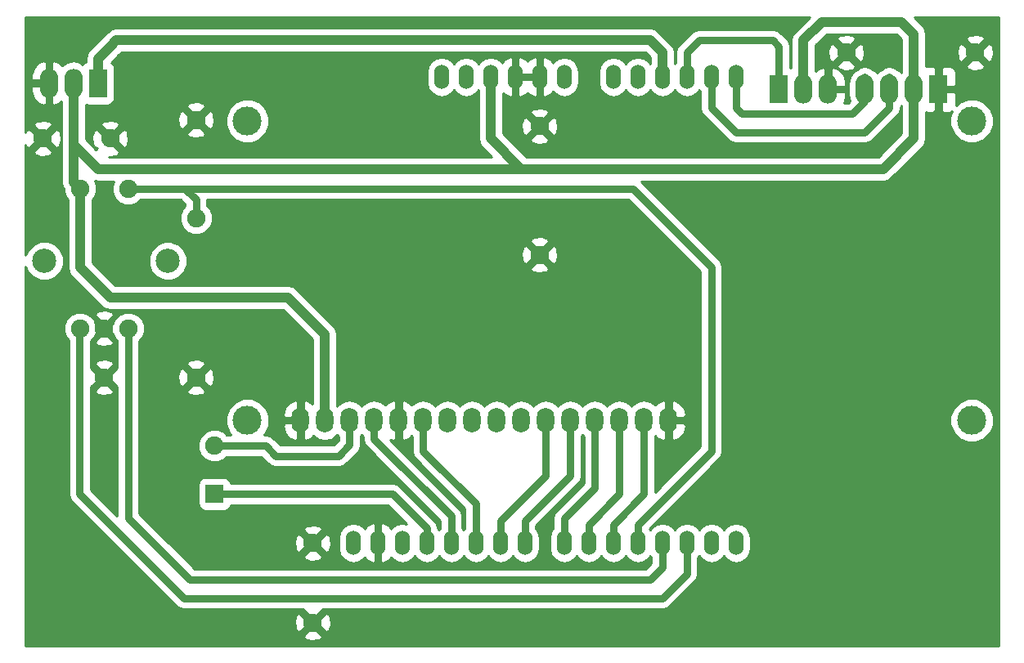
<source format=gbr>
G04 #@! TF.FileFunction,Copper,L1,Top,Signal*
%FSLAX46Y46*%
G04 Gerber Fmt 4.6, Leading zero omitted, Abs format (unit mm)*
G04 Created by KiCad (PCBNEW (2015-07-07 BZR 5906)-product) date Tue 25 Aug 2015 18:29:16 CEST*
%MOMM*%
G01*
G04 APERTURE LIST*
%ADD10C,0.100000*%
%ADD11R,1.900000X1.900000*%
%ADD12C,1.900000*%
%ADD13O,1.800000X2.600000*%
%ADD14C,3.000000*%
%ADD15C,2.500000*%
%ADD16O,1.524000X2.540000*%
%ADD17R,1.900000X3.000000*%
%ADD18O,1.900000X3.000000*%
%ADD19C,0.762000*%
%ADD20C,1.016000*%
%ADD21C,0.254000*%
G04 APERTURE END LIST*
D10*
D11*
X33655000Y-96520000D03*
D12*
X33655000Y-91520000D03*
D13*
X42545000Y-88900000D03*
X45085000Y-88900000D03*
X47625000Y-88900000D03*
X50165000Y-88900000D03*
X52705000Y-88900000D03*
X55245000Y-88900000D03*
X57785000Y-88900000D03*
X60325000Y-88900000D03*
X62865000Y-88900000D03*
X65405000Y-88900000D03*
X67945000Y-88900000D03*
X70485000Y-88900000D03*
X73025000Y-88900000D03*
X75565000Y-88900000D03*
X78105000Y-88900000D03*
X80645000Y-88900000D03*
D14*
X37045900Y-88900000D03*
X37045900Y-57899300D03*
X112044480Y-57899300D03*
X112044480Y-88900000D03*
D12*
X24725000Y-79390000D03*
X22225000Y-79390000D03*
X19725000Y-79390000D03*
X24725000Y-64890000D03*
X19725000Y-64890000D03*
D15*
X28825000Y-72390000D03*
X16025000Y-72390000D03*
D12*
X31750000Y-57785000D03*
X31750000Y-67945000D03*
D16*
X87630000Y-53340000D03*
X85090000Y-53340000D03*
X82550000Y-53340000D03*
X74930000Y-53340000D03*
X77470000Y-53340000D03*
X80010000Y-53340000D03*
X69850000Y-53340000D03*
X67310000Y-53340000D03*
X64770000Y-53340000D03*
X59690000Y-53340000D03*
X57150000Y-53340000D03*
X87630000Y-101600000D03*
X85090000Y-101600000D03*
X82550000Y-101600000D03*
X80010000Y-101600000D03*
X77470000Y-101600000D03*
X74930000Y-101600000D03*
X72390000Y-101600000D03*
X69850000Y-101600000D03*
X65786000Y-101600000D03*
X63246000Y-101600000D03*
X60706000Y-101600000D03*
X58166000Y-101600000D03*
X55626000Y-101600000D03*
X53086000Y-101600000D03*
X50546000Y-101600000D03*
X48006000Y-101600000D03*
X62230000Y-53340000D03*
D12*
X43815000Y-101600000D03*
X43815000Y-109855000D03*
D17*
X108585000Y-54610000D03*
D18*
X106045000Y-54610000D03*
X103505000Y-54610000D03*
X100965000Y-54610000D03*
D17*
X21590000Y-53975000D03*
D18*
X19050000Y-53975000D03*
X16510000Y-53975000D03*
D12*
X22860000Y-59690000D03*
X22225000Y-84455000D03*
X31750000Y-84455000D03*
X15875000Y-59690000D03*
X67310000Y-58420000D03*
X67310000Y-71755000D03*
D18*
X97155000Y-54610000D03*
X94615000Y-54610000D03*
D17*
X92075000Y-54610000D03*
D12*
X99060000Y-50800000D03*
X112395000Y-50800000D03*
D19*
X55626000Y-101600000D02*
X55626000Y-100076000D01*
X52070000Y-96520000D02*
X33655000Y-96520000D01*
X55626000Y-100076000D02*
X52070000Y-96520000D01*
X33655000Y-91520000D02*
X38942002Y-91520000D01*
X47625000Y-91440000D02*
X47625000Y-88900000D01*
X46482002Y-92582998D02*
X47625000Y-91440000D01*
X40005000Y-92582998D02*
X46482002Y-92582998D01*
X38942002Y-91520000D02*
X40005000Y-92582998D01*
D20*
X21590000Y-53975000D02*
X21590000Y-51435000D01*
X80010000Y-50800000D02*
X80010000Y-53340000D01*
X78740000Y-49530000D02*
X80010000Y-50800000D01*
X23495000Y-49530000D02*
X78740000Y-49530000D01*
X22860000Y-50165000D02*
X23495000Y-49530000D01*
X21590000Y-51435000D02*
X22860000Y-50165000D01*
X94615000Y-53340000D02*
X94615000Y-49530000D01*
X106045000Y-48895000D02*
X106045000Y-53340000D01*
X104775000Y-47625000D02*
X106045000Y-48895000D01*
X96520000Y-47625000D02*
X104775000Y-47625000D01*
X94615000Y-49530000D02*
X96520000Y-47625000D01*
X106045000Y-53340000D02*
X106045000Y-59690000D01*
X102870000Y-62865000D02*
X96520000Y-62865000D01*
X106045000Y-59690000D02*
X102870000Y-62865000D01*
X29845000Y-62865000D02*
X21590000Y-62865000D01*
X50165000Y-62865000D02*
X34290000Y-62865000D01*
X34290000Y-62865000D02*
X29845000Y-62865000D01*
X65405000Y-62865000D02*
X50165000Y-62865000D01*
X21590000Y-62865000D02*
X19050000Y-60325000D01*
X62230000Y-53340000D02*
X62230000Y-59690000D01*
X65405000Y-62865000D02*
X96520000Y-62865000D01*
X62230000Y-59690000D02*
X65405000Y-62865000D01*
X19050000Y-57150000D02*
X19050000Y-60325000D01*
X19050000Y-53975000D02*
X19050000Y-57150000D01*
X19050000Y-60325000D02*
X19050000Y-62865000D01*
X19050000Y-64215000D02*
X19725000Y-64890000D01*
X19050000Y-62865000D02*
X19050000Y-64215000D01*
X19725000Y-64890000D02*
X19725000Y-73065000D01*
X45085000Y-80010000D02*
X45085000Y-88900000D01*
X41275000Y-76200000D02*
X45085000Y-80010000D01*
X22860000Y-76200000D02*
X41275000Y-76200000D01*
X19725000Y-73065000D02*
X22860000Y-76200000D01*
D19*
X50165000Y-88900000D02*
X50165000Y-90805000D01*
X58166000Y-98806000D02*
X58166000Y-101600000D01*
X50165000Y-90805000D02*
X58166000Y-98806000D01*
X67945000Y-88900000D02*
X67945000Y-94615000D01*
X63246000Y-99314000D02*
X63246000Y-101600000D01*
X67945000Y-94615000D02*
X63246000Y-99314000D01*
X63500000Y-101854000D02*
X63246000Y-101600000D01*
X65786000Y-101600000D02*
X65786000Y-99314000D01*
X70485000Y-94615000D02*
X70485000Y-88900000D01*
X65786000Y-99314000D02*
X70485000Y-94615000D01*
X69850000Y-101600000D02*
X69850000Y-99060000D01*
X73025000Y-95885000D02*
X73025000Y-88900000D01*
X69850000Y-99060000D02*
X73025000Y-95885000D01*
X75565000Y-88900000D02*
X75565000Y-96520000D01*
X72390000Y-99695000D02*
X72390000Y-101600000D01*
X75565000Y-96520000D02*
X72390000Y-99695000D01*
X74930000Y-101600000D02*
X74930000Y-99695000D01*
X78105000Y-96520000D02*
X78105000Y-88900000D01*
X74930000Y-99695000D02*
X78105000Y-96520000D01*
X24725000Y-79390000D02*
X24725000Y-99020000D01*
X80010000Y-104140000D02*
X80010000Y-101600000D01*
X78740000Y-105410000D02*
X80010000Y-104140000D01*
X31115000Y-105410000D02*
X78740000Y-105410000D01*
X24725000Y-99020000D02*
X31115000Y-105410000D01*
X82550000Y-101600000D02*
X82550000Y-104775000D01*
X19685000Y-96520000D02*
X19685000Y-79430000D01*
X30480000Y-107315000D02*
X19685000Y-96520000D01*
X80010000Y-107315000D02*
X30480000Y-107315000D01*
X82550000Y-104775000D02*
X80010000Y-107315000D01*
X19685000Y-79430000D02*
X19725000Y-79390000D01*
X31750000Y-67945000D02*
X31750000Y-66040000D01*
X30600000Y-64890000D02*
X30480000Y-64890000D01*
X31750000Y-66040000D02*
X30600000Y-64890000D01*
X77470000Y-101600000D02*
X77470000Y-99695000D01*
X76955000Y-64890000D02*
X30480000Y-64890000D01*
X30480000Y-64890000D02*
X24725000Y-64890000D01*
X85090000Y-73025000D02*
X76955000Y-64890000D01*
X85090000Y-92075000D02*
X85090000Y-73025000D01*
X77470000Y-99695000D02*
X85090000Y-92075000D01*
X60706000Y-101600000D02*
X60706000Y-97536000D01*
X55245000Y-92075000D02*
X55245000Y-88900000D01*
X60706000Y-97536000D02*
X55245000Y-92075000D01*
X93345000Y-57150000D02*
X99695000Y-57150000D01*
X100965000Y-55880000D02*
X100965000Y-53340000D01*
X99695000Y-57150000D02*
X100965000Y-55880000D01*
X87630000Y-53340000D02*
X87630000Y-56515000D01*
X88265000Y-57150000D02*
X93345000Y-57150000D01*
X87630000Y-56515000D02*
X88265000Y-57150000D01*
X103505000Y-53340000D02*
X103505000Y-56515000D01*
X100965000Y-59055000D02*
X93980000Y-59055000D01*
X103505000Y-56515000D02*
X100965000Y-59055000D01*
X85090000Y-53340000D02*
X85090000Y-56515000D01*
X87630000Y-59055000D02*
X93980000Y-59055000D01*
X85090000Y-56515000D02*
X87630000Y-59055000D01*
X92075000Y-53340000D02*
X92075000Y-50165000D01*
X92075000Y-50165000D02*
X91440000Y-49530000D01*
X82550000Y-50800000D02*
X82550000Y-53340000D01*
X83820000Y-49530000D02*
X82550000Y-50800000D01*
X91440000Y-49530000D02*
X83820000Y-49530000D01*
D21*
G36*
X93716974Y-48631974D02*
X93441673Y-49043992D01*
X93344999Y-49530000D01*
X93345000Y-49530005D01*
X93345000Y-52406940D01*
X93324568Y-52393148D01*
X93218000Y-52371777D01*
X93218000Y-50165000D01*
X93130994Y-49727593D01*
X92883223Y-49356777D01*
X92248223Y-48721777D01*
X91877407Y-48474006D01*
X91440000Y-48387000D01*
X83820000Y-48387000D01*
X83382593Y-48474006D01*
X83011777Y-48721777D01*
X81741777Y-49991777D01*
X81494006Y-50362593D01*
X81407000Y-50800000D01*
X81407000Y-51812392D01*
X81280000Y-52002461D01*
X81280000Y-50800000D01*
X81183327Y-50313992D01*
X80908026Y-49901974D01*
X80908023Y-49901972D01*
X79638026Y-48631974D01*
X79226008Y-48356673D01*
X78740000Y-48259999D01*
X78739995Y-48260000D01*
X23495005Y-48260000D01*
X23495000Y-48259999D01*
X23008992Y-48356673D01*
X22596974Y-48631974D01*
X22596972Y-48631977D01*
X21961974Y-49266974D01*
X21961972Y-49266977D01*
X20691974Y-50536974D01*
X20416673Y-50948992D01*
X20319999Y-51435000D01*
X20320000Y-51435005D01*
X20320000Y-51773792D01*
X20094087Y-51922192D01*
X20030501Y-52016393D01*
X19705154Y-51799003D01*
X19050000Y-51668685D01*
X18394846Y-51799003D01*
X17866861Y-52151791D01*
X17644199Y-51904720D01*
X17070144Y-51633529D01*
X16783000Y-51802558D01*
X16783000Y-53702000D01*
X16803000Y-53702000D01*
X16803000Y-54248000D01*
X16783000Y-54248000D01*
X16783000Y-56147442D01*
X17070144Y-56316471D01*
X17644199Y-56045280D01*
X17780000Y-55894592D01*
X17780000Y-59861028D01*
X17703174Y-59124043D01*
X17567906Y-58797478D01*
X17241640Y-58709440D01*
X16261080Y-59690000D01*
X17241640Y-60670560D01*
X17567906Y-60582522D01*
X17780000Y-59868738D01*
X17780000Y-60324995D01*
X17779999Y-60325000D01*
X17780000Y-60325005D01*
X17780000Y-64214995D01*
X17779999Y-64215000D01*
X17876673Y-64701008D01*
X18012987Y-64905016D01*
X18012704Y-65229044D01*
X18272791Y-65858503D01*
X18455000Y-66041030D01*
X18455000Y-73064995D01*
X18454999Y-73065000D01*
X18551673Y-73551008D01*
X18826974Y-73963026D01*
X21961972Y-77098023D01*
X21961974Y-77098026D01*
X22373992Y-77373327D01*
X22860000Y-77470001D01*
X22860005Y-77470000D01*
X40748948Y-77470000D01*
X43815000Y-80536051D01*
X43815000Y-87198166D01*
X43727186Y-87088924D01*
X43097236Y-86758459D01*
X42818000Y-86928283D01*
X42818000Y-88627000D01*
X42838000Y-88627000D01*
X42838000Y-89173000D01*
X42818000Y-89173000D01*
X42818000Y-90871717D01*
X43097236Y-91041541D01*
X43727186Y-90711076D01*
X43898225Y-90498301D01*
X43909789Y-90515608D01*
X44448980Y-90875885D01*
X45085000Y-91002397D01*
X45721020Y-90875885D01*
X46260211Y-90515608D01*
X46355000Y-90373747D01*
X46449789Y-90515608D01*
X46482000Y-90537131D01*
X46482000Y-90966554D01*
X46008556Y-91439998D01*
X40478446Y-91439998D01*
X39750225Y-90711777D01*
X39379409Y-90464006D01*
X38942002Y-90377000D01*
X38768066Y-90377000D01*
X38962412Y-90182993D01*
X39261857Y-89461849D01*
X40711287Y-89461849D01*
X40912807Y-90151261D01*
X41362814Y-90711076D01*
X41992764Y-91041541D01*
X42272000Y-90871717D01*
X42272000Y-89173000D01*
X40940294Y-89173000D01*
X40711287Y-89461849D01*
X39261857Y-89461849D01*
X39307506Y-89351914D01*
X39308292Y-88452034D01*
X39261237Y-88338151D01*
X40711287Y-88338151D01*
X40940294Y-88627000D01*
X42272000Y-88627000D01*
X42272000Y-86928283D01*
X41992764Y-86758459D01*
X41362814Y-87088924D01*
X40912807Y-87648739D01*
X40711287Y-88338151D01*
X39261237Y-88338151D01*
X38964648Y-87620354D01*
X38328893Y-86983488D01*
X37497814Y-86638394D01*
X36597934Y-86637608D01*
X35766254Y-86981252D01*
X35129388Y-87617007D01*
X34784294Y-88448086D01*
X34783508Y-89347966D01*
X35127152Y-90179646D01*
X35324162Y-90377000D01*
X34933016Y-90377000D01*
X34626036Y-90069483D01*
X33997032Y-89808298D01*
X33315956Y-89807704D01*
X32686497Y-90067791D01*
X32204483Y-90548964D01*
X31943298Y-91177968D01*
X31942704Y-91859044D01*
X32202791Y-92488503D01*
X32683964Y-92970517D01*
X33312968Y-93231702D01*
X33994044Y-93232296D01*
X34623503Y-92972209D01*
X34933252Y-92663000D01*
X38468556Y-92663000D01*
X39196777Y-93391221D01*
X39567593Y-93638992D01*
X40005000Y-93725998D01*
X46482002Y-93725998D01*
X46919409Y-93638992D01*
X47290225Y-93391221D01*
X48433223Y-92248223D01*
X48680994Y-91877407D01*
X48768000Y-91440000D01*
X48768000Y-90537131D01*
X48800211Y-90515608D01*
X48895000Y-90373747D01*
X48989789Y-90515608D01*
X49022000Y-90537131D01*
X49022000Y-90805000D01*
X49109006Y-91242407D01*
X49356777Y-91613223D01*
X57023000Y-99279446D01*
X57023000Y-100072392D01*
X56896000Y-100262461D01*
X56767978Y-100070862D01*
X56681994Y-99638593D01*
X56434223Y-99267777D01*
X52878223Y-95711777D01*
X52507407Y-95464006D01*
X52070000Y-95377000D01*
X35344482Y-95377000D01*
X35325555Y-95279452D01*
X35157808Y-95024087D01*
X34904568Y-94853148D01*
X34605000Y-94793072D01*
X32705000Y-94793072D01*
X32414452Y-94849445D01*
X32159087Y-95017192D01*
X31988148Y-95270432D01*
X31928072Y-95570000D01*
X31928072Y-97470000D01*
X31984445Y-97760548D01*
X32152192Y-98015913D01*
X32405432Y-98186852D01*
X32705000Y-98246928D01*
X34605000Y-98246928D01*
X34895548Y-98190555D01*
X35150913Y-98022808D01*
X35321852Y-97769568D01*
X35343223Y-97663000D01*
X51596554Y-97663000D01*
X53555044Y-99621490D01*
X53086000Y-99528191D01*
X52502790Y-99644199D01*
X52008369Y-99974560D01*
X51920162Y-100106571D01*
X51739980Y-99848434D01*
X51076382Y-99488437D01*
X50819000Y-99660550D01*
X50819000Y-101327000D01*
X50839000Y-101327000D01*
X50839000Y-101873000D01*
X50819000Y-101873000D01*
X50819000Y-103539450D01*
X51076382Y-103711563D01*
X51739980Y-103351566D01*
X51920162Y-103093429D01*
X52008369Y-103225440D01*
X52502790Y-103555801D01*
X53086000Y-103671809D01*
X53669210Y-103555801D01*
X54163631Y-103225440D01*
X54356000Y-102937539D01*
X54548369Y-103225440D01*
X55042790Y-103555801D01*
X55626000Y-103671809D01*
X56209210Y-103555801D01*
X56703631Y-103225440D01*
X56896000Y-102937539D01*
X57088369Y-103225440D01*
X57582790Y-103555801D01*
X58166000Y-103671809D01*
X58749210Y-103555801D01*
X59243631Y-103225440D01*
X59436000Y-102937539D01*
X59628369Y-103225440D01*
X60122790Y-103555801D01*
X60706000Y-103671809D01*
X61289210Y-103555801D01*
X61783631Y-103225440D01*
X61976000Y-102937539D01*
X62168369Y-103225440D01*
X62662790Y-103555801D01*
X63246000Y-103671809D01*
X63829210Y-103555801D01*
X64323631Y-103225440D01*
X64516000Y-102937539D01*
X64708369Y-103225440D01*
X65202790Y-103555801D01*
X65786000Y-103671809D01*
X66369210Y-103555801D01*
X66863631Y-103225440D01*
X67193992Y-102731019D01*
X67310000Y-102147809D01*
X67310000Y-101052191D01*
X67193992Y-100468981D01*
X66929000Y-100072392D01*
X66929000Y-99787446D01*
X71293223Y-95423223D01*
X71540994Y-95052407D01*
X71628000Y-94615000D01*
X71628000Y-90537131D01*
X71660211Y-90515608D01*
X71755000Y-90373747D01*
X71849789Y-90515608D01*
X71882000Y-90537131D01*
X71882000Y-95411554D01*
X69041777Y-98251777D01*
X68794006Y-98622593D01*
X68707000Y-99060000D01*
X68707000Y-100072392D01*
X68442008Y-100468981D01*
X68326000Y-101052191D01*
X68326000Y-102147809D01*
X68442008Y-102731019D01*
X68772369Y-103225440D01*
X69266790Y-103555801D01*
X69850000Y-103671809D01*
X70433210Y-103555801D01*
X70927631Y-103225440D01*
X71120000Y-102937539D01*
X71312369Y-103225440D01*
X71806790Y-103555801D01*
X72390000Y-103671809D01*
X72973210Y-103555801D01*
X73467631Y-103225440D01*
X73660000Y-102937539D01*
X73852369Y-103225440D01*
X74346790Y-103555801D01*
X74930000Y-103671809D01*
X75513210Y-103555801D01*
X76007631Y-103225440D01*
X76200000Y-102937539D01*
X76392369Y-103225440D01*
X76886790Y-103555801D01*
X77470000Y-103671809D01*
X78053210Y-103555801D01*
X78547631Y-103225440D01*
X78740000Y-102937539D01*
X78867000Y-103127608D01*
X78867000Y-103666554D01*
X78266554Y-104267000D01*
X31588446Y-104267000D01*
X30288086Y-102966640D01*
X42834440Y-102966640D01*
X42922478Y-103292906D01*
X43638264Y-103505595D01*
X44380957Y-103428174D01*
X44707522Y-103292906D01*
X44795560Y-102966640D01*
X43815000Y-101986080D01*
X42834440Y-102966640D01*
X30288086Y-102966640D01*
X28744710Y-101423264D01*
X41909405Y-101423264D01*
X41986826Y-102165957D01*
X42122094Y-102492522D01*
X42448360Y-102580560D01*
X43428920Y-101600000D01*
X44201080Y-101600000D01*
X45181640Y-102580560D01*
X45507906Y-102492522D01*
X45720595Y-101776736D01*
X45645066Y-101052191D01*
X46482000Y-101052191D01*
X46482000Y-102147809D01*
X46598008Y-102731019D01*
X46928369Y-103225440D01*
X47422790Y-103555801D01*
X48006000Y-103671809D01*
X48589210Y-103555801D01*
X49083631Y-103225440D01*
X49171838Y-103093429D01*
X49352020Y-103351566D01*
X50015618Y-103711563D01*
X50273000Y-103539450D01*
X50273000Y-101873000D01*
X50253000Y-101873000D01*
X50253000Y-101327000D01*
X50273000Y-101327000D01*
X50273000Y-99660550D01*
X50015618Y-99488437D01*
X49352020Y-99848434D01*
X49171838Y-100106571D01*
X49083631Y-99974560D01*
X48589210Y-99644199D01*
X48006000Y-99528191D01*
X47422790Y-99644199D01*
X46928369Y-99974560D01*
X46598008Y-100468981D01*
X46482000Y-101052191D01*
X45645066Y-101052191D01*
X45643174Y-101034043D01*
X45507906Y-100707478D01*
X45181640Y-100619440D01*
X44201080Y-101600000D01*
X43428920Y-101600000D01*
X43428920Y-101600000D01*
X42448360Y-100619440D01*
X42122094Y-100707478D01*
X41909405Y-101423264D01*
X28744710Y-101423264D01*
X27554806Y-100233360D01*
X42834440Y-100233360D01*
X43815000Y-101213920D01*
X44795560Y-100233360D01*
X44707522Y-99907094D01*
X43991736Y-99694405D01*
X43249043Y-99771826D01*
X42922478Y-99907094D01*
X42834440Y-100233360D01*
X27554806Y-100233360D01*
X25868000Y-98546554D01*
X25868000Y-85821640D01*
X30769440Y-85821640D01*
X30857478Y-86147906D01*
X31573264Y-86360595D01*
X32315957Y-86283174D01*
X32642522Y-86147906D01*
X32730560Y-85821640D01*
X31750000Y-84841080D01*
X30769440Y-85821640D01*
X25868000Y-85821640D01*
X25868000Y-84278264D01*
X29844405Y-84278264D01*
X29921826Y-85020957D01*
X30057094Y-85347522D01*
X30383360Y-85435560D01*
X31363920Y-84455000D01*
X32136080Y-84455000D01*
X33116640Y-85435560D01*
X33442906Y-85347522D01*
X33655595Y-84631736D01*
X33578174Y-83889043D01*
X33442906Y-83562478D01*
X33116640Y-83474440D01*
X32136080Y-84455000D01*
X31363920Y-84455000D01*
X31363920Y-84455000D01*
X30383360Y-83474440D01*
X30057094Y-83562478D01*
X29844405Y-84278264D01*
X25868000Y-84278264D01*
X25868000Y-83088360D01*
X30769440Y-83088360D01*
X31750000Y-84068920D01*
X32730560Y-83088360D01*
X32642522Y-82762094D01*
X31926736Y-82549405D01*
X31184043Y-82626826D01*
X30857478Y-82762094D01*
X30769440Y-83088360D01*
X25868000Y-83088360D01*
X25868000Y-80668016D01*
X26175517Y-80361036D01*
X26436702Y-79732032D01*
X26437296Y-79050956D01*
X26177209Y-78421497D01*
X25696036Y-77939483D01*
X25067032Y-77678298D01*
X24385956Y-77677704D01*
X23756497Y-77937791D01*
X23274483Y-78418964D01*
X23056036Y-78945044D01*
X22611080Y-79390000D01*
X23056769Y-79835689D01*
X23272791Y-80358503D01*
X23582000Y-80668252D01*
X23582000Y-83484080D01*
X22611080Y-84455000D01*
X23582000Y-85425920D01*
X23582000Y-98800554D01*
X20828000Y-96046554D01*
X20828000Y-85821640D01*
X21244440Y-85821640D01*
X21332478Y-86147906D01*
X22048264Y-86360595D01*
X22790957Y-86283174D01*
X23117522Y-86147906D01*
X23205560Y-85821640D01*
X22225000Y-84841080D01*
X21244440Y-85821640D01*
X20828000Y-85821640D01*
X20828000Y-85427368D01*
X20858360Y-85435560D01*
X21838920Y-84455000D01*
X20858360Y-83474440D01*
X20828000Y-83482632D01*
X20828000Y-83088360D01*
X21244440Y-83088360D01*
X22225000Y-84068920D01*
X23205560Y-83088360D01*
X23117522Y-82762094D01*
X22401736Y-82549405D01*
X21659043Y-82626826D01*
X21332478Y-82762094D01*
X21244440Y-83088360D01*
X20828000Y-83088360D01*
X20828000Y-80756640D01*
X21244440Y-80756640D01*
X21332478Y-81082906D01*
X22048264Y-81295595D01*
X22790957Y-81218174D01*
X23117522Y-81082906D01*
X23205560Y-80756640D01*
X22225000Y-79776080D01*
X21244440Y-80756640D01*
X20828000Y-80756640D01*
X20828000Y-80707947D01*
X21175517Y-80361036D01*
X21393964Y-79834956D01*
X21838920Y-79390000D01*
X21393231Y-78944311D01*
X21177209Y-78421497D01*
X20779767Y-78023360D01*
X21244440Y-78023360D01*
X22225000Y-79003920D01*
X23205560Y-78023360D01*
X23117522Y-77697094D01*
X22401736Y-77484405D01*
X21659043Y-77561826D01*
X21332478Y-77697094D01*
X21244440Y-78023360D01*
X20779767Y-78023360D01*
X20696036Y-77939483D01*
X20067032Y-77678298D01*
X19385956Y-77677704D01*
X18756497Y-77937791D01*
X18274483Y-78418964D01*
X18013298Y-79047968D01*
X18012704Y-79729044D01*
X18272791Y-80358503D01*
X18542000Y-80628183D01*
X18542000Y-96520000D01*
X18629006Y-96957407D01*
X18876777Y-97328223D01*
X29671777Y-108123223D01*
X30042593Y-108370994D01*
X30480000Y-108458000D01*
X42842632Y-108458000D01*
X42834440Y-108488360D01*
X43815000Y-109468920D01*
X44795560Y-108488360D01*
X44787368Y-108458000D01*
X80010000Y-108458000D01*
X80447407Y-108370994D01*
X80818223Y-108123223D01*
X83358223Y-105583223D01*
X83605994Y-105212407D01*
X83693000Y-104775000D01*
X83693000Y-103127608D01*
X83820000Y-102937539D01*
X84012369Y-103225440D01*
X84506790Y-103555801D01*
X85090000Y-103671809D01*
X85673210Y-103555801D01*
X86167631Y-103225440D01*
X86360000Y-102937539D01*
X86552369Y-103225440D01*
X87046790Y-103555801D01*
X87630000Y-103671809D01*
X88213210Y-103555801D01*
X88707631Y-103225440D01*
X89037992Y-102731019D01*
X89154000Y-102147809D01*
X89154000Y-101052191D01*
X89037992Y-100468981D01*
X88707631Y-99974560D01*
X88213210Y-99644199D01*
X87630000Y-99528191D01*
X87046790Y-99644199D01*
X86552369Y-99974560D01*
X86360000Y-100262461D01*
X86167631Y-99974560D01*
X85673210Y-99644199D01*
X85090000Y-99528191D01*
X84506790Y-99644199D01*
X84012369Y-99974560D01*
X83820000Y-100262461D01*
X83627631Y-99974560D01*
X83133210Y-99644199D01*
X82550000Y-99528191D01*
X81966790Y-99644199D01*
X81472369Y-99974560D01*
X81280000Y-100262461D01*
X81087631Y-99974560D01*
X80593210Y-99644199D01*
X80010000Y-99528191D01*
X79426790Y-99644199D01*
X78932369Y-99974560D01*
X78740000Y-100262461D01*
X78651474Y-100129972D01*
X85898223Y-92883223D01*
X86145994Y-92512407D01*
X86233000Y-92075000D01*
X86233000Y-89347966D01*
X109782088Y-89347966D01*
X110125732Y-90179646D01*
X110761487Y-90816512D01*
X111592566Y-91161606D01*
X112492446Y-91162392D01*
X113324126Y-90818748D01*
X113960992Y-90182993D01*
X114306086Y-89351914D01*
X114306872Y-88452034D01*
X113963228Y-87620354D01*
X113327473Y-86983488D01*
X112496394Y-86638394D01*
X111596514Y-86637608D01*
X110764834Y-86981252D01*
X110127968Y-87617007D01*
X109782874Y-88448086D01*
X109782088Y-89347966D01*
X86233000Y-89347966D01*
X86233000Y-73025000D01*
X86145994Y-72587593D01*
X85898223Y-72216777D01*
X77816446Y-64135000D01*
X102869995Y-64135000D01*
X102870000Y-64135001D01*
X103356008Y-64038327D01*
X103768026Y-63763026D01*
X106943026Y-60588026D01*
X107218327Y-60176008D01*
X107315001Y-59690000D01*
X107315000Y-59689995D01*
X107315000Y-56980829D01*
X107450608Y-57037000D01*
X108080250Y-57037000D01*
X108312000Y-56805250D01*
X108312000Y-54883000D01*
X108858000Y-54883000D01*
X108858000Y-56805250D01*
X109089750Y-57037000D01*
X109719392Y-57037000D01*
X110001865Y-56919996D01*
X109782874Y-57447386D01*
X109782088Y-58347266D01*
X110125732Y-59178946D01*
X110761487Y-59815812D01*
X111592566Y-60160906D01*
X112492446Y-60161692D01*
X113324126Y-59818048D01*
X113960992Y-59182293D01*
X114306086Y-58351214D01*
X114306872Y-57451334D01*
X113963228Y-56619654D01*
X113327473Y-55982788D01*
X112496394Y-55637694D01*
X111596514Y-55636908D01*
X110764834Y-55980552D01*
X110462000Y-56282858D01*
X110462000Y-55114750D01*
X110230250Y-54883000D01*
X108858000Y-54883000D01*
X108312000Y-54883000D01*
X108312000Y-54883000D01*
X108292000Y-54883000D01*
X108292000Y-54337000D01*
X108312000Y-54337000D01*
X108312000Y-52414750D01*
X108858000Y-52414750D01*
X108858000Y-54337000D01*
X110230250Y-54337000D01*
X110462000Y-54105250D01*
X110462000Y-52925608D01*
X110320873Y-52584896D01*
X110060103Y-52324127D01*
X109719392Y-52183000D01*
X109089750Y-52183000D01*
X108858000Y-52414750D01*
X108312000Y-52414750D01*
X108312000Y-52414750D01*
X108080250Y-52183000D01*
X107450608Y-52183000D01*
X107315000Y-52239171D01*
X107315000Y-52166640D01*
X111414440Y-52166640D01*
X111502478Y-52492906D01*
X112218264Y-52705595D01*
X112960957Y-52628174D01*
X113287522Y-52492906D01*
X113375560Y-52166640D01*
X112395000Y-51186080D01*
X111414440Y-52166640D01*
X107315000Y-52166640D01*
X107315000Y-50623264D01*
X110489405Y-50623264D01*
X110566826Y-51365957D01*
X110702094Y-51692522D01*
X111028360Y-51780560D01*
X112008920Y-50800000D01*
X112781080Y-50800000D01*
X113761640Y-51780560D01*
X114087906Y-51692522D01*
X114300595Y-50976736D01*
X114223174Y-50234043D01*
X114087906Y-49907478D01*
X113761640Y-49819440D01*
X112781080Y-50800000D01*
X112008920Y-50800000D01*
X112008920Y-50800000D01*
X111028360Y-49819440D01*
X110702094Y-49907478D01*
X110489405Y-50623264D01*
X107315000Y-50623264D01*
X107315000Y-49433360D01*
X111414440Y-49433360D01*
X112395000Y-50413920D01*
X113375560Y-49433360D01*
X113287522Y-49107094D01*
X112571736Y-48894405D01*
X111829043Y-48971826D01*
X111502478Y-49107094D01*
X111414440Y-49433360D01*
X107315000Y-49433360D01*
X107315000Y-48895000D01*
X107218327Y-48408992D01*
X106943026Y-47996974D01*
X106943023Y-47996972D01*
X106063052Y-47117000D01*
X114808000Y-47117000D01*
X114808000Y-112268000D01*
X14097000Y-112268000D01*
X14097000Y-111221640D01*
X42834440Y-111221640D01*
X42922478Y-111547906D01*
X43638264Y-111760595D01*
X44380957Y-111683174D01*
X44707522Y-111547906D01*
X44795560Y-111221640D01*
X43815000Y-110241080D01*
X42834440Y-111221640D01*
X14097000Y-111221640D01*
X14097000Y-109678264D01*
X41909405Y-109678264D01*
X41986826Y-110420957D01*
X42122094Y-110747522D01*
X42448360Y-110835560D01*
X43428920Y-109855000D01*
X44201080Y-109855000D01*
X45181640Y-110835560D01*
X45507906Y-110747522D01*
X45720595Y-110031736D01*
X45643174Y-109289043D01*
X45507906Y-108962478D01*
X45181640Y-108874440D01*
X44201080Y-109855000D01*
X43428920Y-109855000D01*
X43428920Y-109855000D01*
X42448360Y-108874440D01*
X42122094Y-108962478D01*
X41909405Y-109678264D01*
X14097000Y-109678264D01*
X14097000Y-72992594D01*
X14318315Y-73528217D01*
X14883806Y-74094696D01*
X15623033Y-74401650D01*
X16423456Y-74402348D01*
X17163217Y-74096685D01*
X17729696Y-73531194D01*
X18036650Y-72791967D01*
X18037348Y-71991544D01*
X17731685Y-71251783D01*
X17166194Y-70685304D01*
X16426967Y-70378350D01*
X15626544Y-70377652D01*
X14886783Y-70683315D01*
X14320304Y-71248806D01*
X14097000Y-71786582D01*
X14097000Y-61056640D01*
X14894440Y-61056640D01*
X14982478Y-61382906D01*
X15698264Y-61595595D01*
X16440957Y-61518174D01*
X16767522Y-61382906D01*
X16855560Y-61056640D01*
X15875000Y-60076080D01*
X14894440Y-61056640D01*
X14097000Y-61056640D01*
X14097000Y-60377087D01*
X14182094Y-60582522D01*
X14508360Y-60670560D01*
X15488920Y-59690000D01*
X14508360Y-58709440D01*
X14182094Y-58797478D01*
X14097000Y-59083854D01*
X14097000Y-58323360D01*
X14894440Y-58323360D01*
X15875000Y-59303920D01*
X16855560Y-58323360D01*
X16767522Y-57997094D01*
X16051736Y-57784405D01*
X15309043Y-57861826D01*
X14982478Y-57997094D01*
X14894440Y-58323360D01*
X14097000Y-58323360D01*
X14097000Y-54248000D01*
X14633000Y-54248000D01*
X14633000Y-54798000D01*
X14880351Y-55495516D01*
X15375801Y-56045280D01*
X15949856Y-56316471D01*
X16237000Y-56147442D01*
X16237000Y-54248000D01*
X14633000Y-54248000D01*
X14097000Y-54248000D01*
X14097000Y-53152000D01*
X14633000Y-53152000D01*
X14633000Y-53702000D01*
X16237000Y-53702000D01*
X16237000Y-51802558D01*
X15949856Y-51633529D01*
X15375801Y-51904720D01*
X14880351Y-52454484D01*
X14633000Y-53152000D01*
X14097000Y-53152000D01*
X14097000Y-47117000D01*
X95231949Y-47117000D01*
X93716974Y-48631974D01*
X93716974Y-48631974D01*
G37*
X93716974Y-48631974D02*
X93441673Y-49043992D01*
X93344999Y-49530000D01*
X93345000Y-49530005D01*
X93345000Y-52406940D01*
X93324568Y-52393148D01*
X93218000Y-52371777D01*
X93218000Y-50165000D01*
X93130994Y-49727593D01*
X92883223Y-49356777D01*
X92248223Y-48721777D01*
X91877407Y-48474006D01*
X91440000Y-48387000D01*
X83820000Y-48387000D01*
X83382593Y-48474006D01*
X83011777Y-48721777D01*
X81741777Y-49991777D01*
X81494006Y-50362593D01*
X81407000Y-50800000D01*
X81407000Y-51812392D01*
X81280000Y-52002461D01*
X81280000Y-50800000D01*
X81183327Y-50313992D01*
X80908026Y-49901974D01*
X80908023Y-49901972D01*
X79638026Y-48631974D01*
X79226008Y-48356673D01*
X78740000Y-48259999D01*
X78739995Y-48260000D01*
X23495005Y-48260000D01*
X23495000Y-48259999D01*
X23008992Y-48356673D01*
X22596974Y-48631974D01*
X22596972Y-48631977D01*
X21961974Y-49266974D01*
X21961972Y-49266977D01*
X20691974Y-50536974D01*
X20416673Y-50948992D01*
X20319999Y-51435000D01*
X20320000Y-51435005D01*
X20320000Y-51773792D01*
X20094087Y-51922192D01*
X20030501Y-52016393D01*
X19705154Y-51799003D01*
X19050000Y-51668685D01*
X18394846Y-51799003D01*
X17866861Y-52151791D01*
X17644199Y-51904720D01*
X17070144Y-51633529D01*
X16783000Y-51802558D01*
X16783000Y-53702000D01*
X16803000Y-53702000D01*
X16803000Y-54248000D01*
X16783000Y-54248000D01*
X16783000Y-56147442D01*
X17070144Y-56316471D01*
X17644199Y-56045280D01*
X17780000Y-55894592D01*
X17780000Y-59861028D01*
X17703174Y-59124043D01*
X17567906Y-58797478D01*
X17241640Y-58709440D01*
X16261080Y-59690000D01*
X17241640Y-60670560D01*
X17567906Y-60582522D01*
X17780000Y-59868738D01*
X17780000Y-60324995D01*
X17779999Y-60325000D01*
X17780000Y-60325005D01*
X17780000Y-64214995D01*
X17779999Y-64215000D01*
X17876673Y-64701008D01*
X18012987Y-64905016D01*
X18012704Y-65229044D01*
X18272791Y-65858503D01*
X18455000Y-66041030D01*
X18455000Y-73064995D01*
X18454999Y-73065000D01*
X18551673Y-73551008D01*
X18826974Y-73963026D01*
X21961972Y-77098023D01*
X21961974Y-77098026D01*
X22373992Y-77373327D01*
X22860000Y-77470001D01*
X22860005Y-77470000D01*
X40748948Y-77470000D01*
X43815000Y-80536051D01*
X43815000Y-87198166D01*
X43727186Y-87088924D01*
X43097236Y-86758459D01*
X42818000Y-86928283D01*
X42818000Y-88627000D01*
X42838000Y-88627000D01*
X42838000Y-89173000D01*
X42818000Y-89173000D01*
X42818000Y-90871717D01*
X43097236Y-91041541D01*
X43727186Y-90711076D01*
X43898225Y-90498301D01*
X43909789Y-90515608D01*
X44448980Y-90875885D01*
X45085000Y-91002397D01*
X45721020Y-90875885D01*
X46260211Y-90515608D01*
X46355000Y-90373747D01*
X46449789Y-90515608D01*
X46482000Y-90537131D01*
X46482000Y-90966554D01*
X46008556Y-91439998D01*
X40478446Y-91439998D01*
X39750225Y-90711777D01*
X39379409Y-90464006D01*
X38942002Y-90377000D01*
X38768066Y-90377000D01*
X38962412Y-90182993D01*
X39261857Y-89461849D01*
X40711287Y-89461849D01*
X40912807Y-90151261D01*
X41362814Y-90711076D01*
X41992764Y-91041541D01*
X42272000Y-90871717D01*
X42272000Y-89173000D01*
X40940294Y-89173000D01*
X40711287Y-89461849D01*
X39261857Y-89461849D01*
X39307506Y-89351914D01*
X39308292Y-88452034D01*
X39261237Y-88338151D01*
X40711287Y-88338151D01*
X40940294Y-88627000D01*
X42272000Y-88627000D01*
X42272000Y-86928283D01*
X41992764Y-86758459D01*
X41362814Y-87088924D01*
X40912807Y-87648739D01*
X40711287Y-88338151D01*
X39261237Y-88338151D01*
X38964648Y-87620354D01*
X38328893Y-86983488D01*
X37497814Y-86638394D01*
X36597934Y-86637608D01*
X35766254Y-86981252D01*
X35129388Y-87617007D01*
X34784294Y-88448086D01*
X34783508Y-89347966D01*
X35127152Y-90179646D01*
X35324162Y-90377000D01*
X34933016Y-90377000D01*
X34626036Y-90069483D01*
X33997032Y-89808298D01*
X33315956Y-89807704D01*
X32686497Y-90067791D01*
X32204483Y-90548964D01*
X31943298Y-91177968D01*
X31942704Y-91859044D01*
X32202791Y-92488503D01*
X32683964Y-92970517D01*
X33312968Y-93231702D01*
X33994044Y-93232296D01*
X34623503Y-92972209D01*
X34933252Y-92663000D01*
X38468556Y-92663000D01*
X39196777Y-93391221D01*
X39567593Y-93638992D01*
X40005000Y-93725998D01*
X46482002Y-93725998D01*
X46919409Y-93638992D01*
X47290225Y-93391221D01*
X48433223Y-92248223D01*
X48680994Y-91877407D01*
X48768000Y-91440000D01*
X48768000Y-90537131D01*
X48800211Y-90515608D01*
X48895000Y-90373747D01*
X48989789Y-90515608D01*
X49022000Y-90537131D01*
X49022000Y-90805000D01*
X49109006Y-91242407D01*
X49356777Y-91613223D01*
X57023000Y-99279446D01*
X57023000Y-100072392D01*
X56896000Y-100262461D01*
X56767978Y-100070862D01*
X56681994Y-99638593D01*
X56434223Y-99267777D01*
X52878223Y-95711777D01*
X52507407Y-95464006D01*
X52070000Y-95377000D01*
X35344482Y-95377000D01*
X35325555Y-95279452D01*
X35157808Y-95024087D01*
X34904568Y-94853148D01*
X34605000Y-94793072D01*
X32705000Y-94793072D01*
X32414452Y-94849445D01*
X32159087Y-95017192D01*
X31988148Y-95270432D01*
X31928072Y-95570000D01*
X31928072Y-97470000D01*
X31984445Y-97760548D01*
X32152192Y-98015913D01*
X32405432Y-98186852D01*
X32705000Y-98246928D01*
X34605000Y-98246928D01*
X34895548Y-98190555D01*
X35150913Y-98022808D01*
X35321852Y-97769568D01*
X35343223Y-97663000D01*
X51596554Y-97663000D01*
X53555044Y-99621490D01*
X53086000Y-99528191D01*
X52502790Y-99644199D01*
X52008369Y-99974560D01*
X51920162Y-100106571D01*
X51739980Y-99848434D01*
X51076382Y-99488437D01*
X50819000Y-99660550D01*
X50819000Y-101327000D01*
X50839000Y-101327000D01*
X50839000Y-101873000D01*
X50819000Y-101873000D01*
X50819000Y-103539450D01*
X51076382Y-103711563D01*
X51739980Y-103351566D01*
X51920162Y-103093429D01*
X52008369Y-103225440D01*
X52502790Y-103555801D01*
X53086000Y-103671809D01*
X53669210Y-103555801D01*
X54163631Y-103225440D01*
X54356000Y-102937539D01*
X54548369Y-103225440D01*
X55042790Y-103555801D01*
X55626000Y-103671809D01*
X56209210Y-103555801D01*
X56703631Y-103225440D01*
X56896000Y-102937539D01*
X57088369Y-103225440D01*
X57582790Y-103555801D01*
X58166000Y-103671809D01*
X58749210Y-103555801D01*
X59243631Y-103225440D01*
X59436000Y-102937539D01*
X59628369Y-103225440D01*
X60122790Y-103555801D01*
X60706000Y-103671809D01*
X61289210Y-103555801D01*
X61783631Y-103225440D01*
X61976000Y-102937539D01*
X62168369Y-103225440D01*
X62662790Y-103555801D01*
X63246000Y-103671809D01*
X63829210Y-103555801D01*
X64323631Y-103225440D01*
X64516000Y-102937539D01*
X64708369Y-103225440D01*
X65202790Y-103555801D01*
X65786000Y-103671809D01*
X66369210Y-103555801D01*
X66863631Y-103225440D01*
X67193992Y-102731019D01*
X67310000Y-102147809D01*
X67310000Y-101052191D01*
X67193992Y-100468981D01*
X66929000Y-100072392D01*
X66929000Y-99787446D01*
X71293223Y-95423223D01*
X71540994Y-95052407D01*
X71628000Y-94615000D01*
X71628000Y-90537131D01*
X71660211Y-90515608D01*
X71755000Y-90373747D01*
X71849789Y-90515608D01*
X71882000Y-90537131D01*
X71882000Y-95411554D01*
X69041777Y-98251777D01*
X68794006Y-98622593D01*
X68707000Y-99060000D01*
X68707000Y-100072392D01*
X68442008Y-100468981D01*
X68326000Y-101052191D01*
X68326000Y-102147809D01*
X68442008Y-102731019D01*
X68772369Y-103225440D01*
X69266790Y-103555801D01*
X69850000Y-103671809D01*
X70433210Y-103555801D01*
X70927631Y-103225440D01*
X71120000Y-102937539D01*
X71312369Y-103225440D01*
X71806790Y-103555801D01*
X72390000Y-103671809D01*
X72973210Y-103555801D01*
X73467631Y-103225440D01*
X73660000Y-102937539D01*
X73852369Y-103225440D01*
X74346790Y-103555801D01*
X74930000Y-103671809D01*
X75513210Y-103555801D01*
X76007631Y-103225440D01*
X76200000Y-102937539D01*
X76392369Y-103225440D01*
X76886790Y-103555801D01*
X77470000Y-103671809D01*
X78053210Y-103555801D01*
X78547631Y-103225440D01*
X78740000Y-102937539D01*
X78867000Y-103127608D01*
X78867000Y-103666554D01*
X78266554Y-104267000D01*
X31588446Y-104267000D01*
X30288086Y-102966640D01*
X42834440Y-102966640D01*
X42922478Y-103292906D01*
X43638264Y-103505595D01*
X44380957Y-103428174D01*
X44707522Y-103292906D01*
X44795560Y-102966640D01*
X43815000Y-101986080D01*
X42834440Y-102966640D01*
X30288086Y-102966640D01*
X28744710Y-101423264D01*
X41909405Y-101423264D01*
X41986826Y-102165957D01*
X42122094Y-102492522D01*
X42448360Y-102580560D01*
X43428920Y-101600000D01*
X44201080Y-101600000D01*
X45181640Y-102580560D01*
X45507906Y-102492522D01*
X45720595Y-101776736D01*
X45645066Y-101052191D01*
X46482000Y-101052191D01*
X46482000Y-102147809D01*
X46598008Y-102731019D01*
X46928369Y-103225440D01*
X47422790Y-103555801D01*
X48006000Y-103671809D01*
X48589210Y-103555801D01*
X49083631Y-103225440D01*
X49171838Y-103093429D01*
X49352020Y-103351566D01*
X50015618Y-103711563D01*
X50273000Y-103539450D01*
X50273000Y-101873000D01*
X50253000Y-101873000D01*
X50253000Y-101327000D01*
X50273000Y-101327000D01*
X50273000Y-99660550D01*
X50015618Y-99488437D01*
X49352020Y-99848434D01*
X49171838Y-100106571D01*
X49083631Y-99974560D01*
X48589210Y-99644199D01*
X48006000Y-99528191D01*
X47422790Y-99644199D01*
X46928369Y-99974560D01*
X46598008Y-100468981D01*
X46482000Y-101052191D01*
X45645066Y-101052191D01*
X45643174Y-101034043D01*
X45507906Y-100707478D01*
X45181640Y-100619440D01*
X44201080Y-101600000D01*
X43428920Y-101600000D01*
X43428920Y-101600000D01*
X42448360Y-100619440D01*
X42122094Y-100707478D01*
X41909405Y-101423264D01*
X28744710Y-101423264D01*
X27554806Y-100233360D01*
X42834440Y-100233360D01*
X43815000Y-101213920D01*
X44795560Y-100233360D01*
X44707522Y-99907094D01*
X43991736Y-99694405D01*
X43249043Y-99771826D01*
X42922478Y-99907094D01*
X42834440Y-100233360D01*
X27554806Y-100233360D01*
X25868000Y-98546554D01*
X25868000Y-85821640D01*
X30769440Y-85821640D01*
X30857478Y-86147906D01*
X31573264Y-86360595D01*
X32315957Y-86283174D01*
X32642522Y-86147906D01*
X32730560Y-85821640D01*
X31750000Y-84841080D01*
X30769440Y-85821640D01*
X25868000Y-85821640D01*
X25868000Y-84278264D01*
X29844405Y-84278264D01*
X29921826Y-85020957D01*
X30057094Y-85347522D01*
X30383360Y-85435560D01*
X31363920Y-84455000D01*
X32136080Y-84455000D01*
X33116640Y-85435560D01*
X33442906Y-85347522D01*
X33655595Y-84631736D01*
X33578174Y-83889043D01*
X33442906Y-83562478D01*
X33116640Y-83474440D01*
X32136080Y-84455000D01*
X31363920Y-84455000D01*
X31363920Y-84455000D01*
X30383360Y-83474440D01*
X30057094Y-83562478D01*
X29844405Y-84278264D01*
X25868000Y-84278264D01*
X25868000Y-83088360D01*
X30769440Y-83088360D01*
X31750000Y-84068920D01*
X32730560Y-83088360D01*
X32642522Y-82762094D01*
X31926736Y-82549405D01*
X31184043Y-82626826D01*
X30857478Y-82762094D01*
X30769440Y-83088360D01*
X25868000Y-83088360D01*
X25868000Y-80668016D01*
X26175517Y-80361036D01*
X26436702Y-79732032D01*
X26437296Y-79050956D01*
X26177209Y-78421497D01*
X25696036Y-77939483D01*
X25067032Y-77678298D01*
X24385956Y-77677704D01*
X23756497Y-77937791D01*
X23274483Y-78418964D01*
X23056036Y-78945044D01*
X22611080Y-79390000D01*
X23056769Y-79835689D01*
X23272791Y-80358503D01*
X23582000Y-80668252D01*
X23582000Y-83484080D01*
X22611080Y-84455000D01*
X23582000Y-85425920D01*
X23582000Y-98800554D01*
X20828000Y-96046554D01*
X20828000Y-85821640D01*
X21244440Y-85821640D01*
X21332478Y-86147906D01*
X22048264Y-86360595D01*
X22790957Y-86283174D01*
X23117522Y-86147906D01*
X23205560Y-85821640D01*
X22225000Y-84841080D01*
X21244440Y-85821640D01*
X20828000Y-85821640D01*
X20828000Y-85427368D01*
X20858360Y-85435560D01*
X21838920Y-84455000D01*
X20858360Y-83474440D01*
X20828000Y-83482632D01*
X20828000Y-83088360D01*
X21244440Y-83088360D01*
X22225000Y-84068920D01*
X23205560Y-83088360D01*
X23117522Y-82762094D01*
X22401736Y-82549405D01*
X21659043Y-82626826D01*
X21332478Y-82762094D01*
X21244440Y-83088360D01*
X20828000Y-83088360D01*
X20828000Y-80756640D01*
X21244440Y-80756640D01*
X21332478Y-81082906D01*
X22048264Y-81295595D01*
X22790957Y-81218174D01*
X23117522Y-81082906D01*
X23205560Y-80756640D01*
X22225000Y-79776080D01*
X21244440Y-80756640D01*
X20828000Y-80756640D01*
X20828000Y-80707947D01*
X21175517Y-80361036D01*
X21393964Y-79834956D01*
X21838920Y-79390000D01*
X21393231Y-78944311D01*
X21177209Y-78421497D01*
X20779767Y-78023360D01*
X21244440Y-78023360D01*
X22225000Y-79003920D01*
X23205560Y-78023360D01*
X23117522Y-77697094D01*
X22401736Y-77484405D01*
X21659043Y-77561826D01*
X21332478Y-77697094D01*
X21244440Y-78023360D01*
X20779767Y-78023360D01*
X20696036Y-77939483D01*
X20067032Y-77678298D01*
X19385956Y-77677704D01*
X18756497Y-77937791D01*
X18274483Y-78418964D01*
X18013298Y-79047968D01*
X18012704Y-79729044D01*
X18272791Y-80358503D01*
X18542000Y-80628183D01*
X18542000Y-96520000D01*
X18629006Y-96957407D01*
X18876777Y-97328223D01*
X29671777Y-108123223D01*
X30042593Y-108370994D01*
X30480000Y-108458000D01*
X42842632Y-108458000D01*
X42834440Y-108488360D01*
X43815000Y-109468920D01*
X44795560Y-108488360D01*
X44787368Y-108458000D01*
X80010000Y-108458000D01*
X80447407Y-108370994D01*
X80818223Y-108123223D01*
X83358223Y-105583223D01*
X83605994Y-105212407D01*
X83693000Y-104775000D01*
X83693000Y-103127608D01*
X83820000Y-102937539D01*
X84012369Y-103225440D01*
X84506790Y-103555801D01*
X85090000Y-103671809D01*
X85673210Y-103555801D01*
X86167631Y-103225440D01*
X86360000Y-102937539D01*
X86552369Y-103225440D01*
X87046790Y-103555801D01*
X87630000Y-103671809D01*
X88213210Y-103555801D01*
X88707631Y-103225440D01*
X89037992Y-102731019D01*
X89154000Y-102147809D01*
X89154000Y-101052191D01*
X89037992Y-100468981D01*
X88707631Y-99974560D01*
X88213210Y-99644199D01*
X87630000Y-99528191D01*
X87046790Y-99644199D01*
X86552369Y-99974560D01*
X86360000Y-100262461D01*
X86167631Y-99974560D01*
X85673210Y-99644199D01*
X85090000Y-99528191D01*
X84506790Y-99644199D01*
X84012369Y-99974560D01*
X83820000Y-100262461D01*
X83627631Y-99974560D01*
X83133210Y-99644199D01*
X82550000Y-99528191D01*
X81966790Y-99644199D01*
X81472369Y-99974560D01*
X81280000Y-100262461D01*
X81087631Y-99974560D01*
X80593210Y-99644199D01*
X80010000Y-99528191D01*
X79426790Y-99644199D01*
X78932369Y-99974560D01*
X78740000Y-100262461D01*
X78651474Y-100129972D01*
X85898223Y-92883223D01*
X86145994Y-92512407D01*
X86233000Y-92075000D01*
X86233000Y-89347966D01*
X109782088Y-89347966D01*
X110125732Y-90179646D01*
X110761487Y-90816512D01*
X111592566Y-91161606D01*
X112492446Y-91162392D01*
X113324126Y-90818748D01*
X113960992Y-90182993D01*
X114306086Y-89351914D01*
X114306872Y-88452034D01*
X113963228Y-87620354D01*
X113327473Y-86983488D01*
X112496394Y-86638394D01*
X111596514Y-86637608D01*
X110764834Y-86981252D01*
X110127968Y-87617007D01*
X109782874Y-88448086D01*
X109782088Y-89347966D01*
X86233000Y-89347966D01*
X86233000Y-73025000D01*
X86145994Y-72587593D01*
X85898223Y-72216777D01*
X77816446Y-64135000D01*
X102869995Y-64135000D01*
X102870000Y-64135001D01*
X103356008Y-64038327D01*
X103768026Y-63763026D01*
X106943026Y-60588026D01*
X107218327Y-60176008D01*
X107315001Y-59690000D01*
X107315000Y-59689995D01*
X107315000Y-56980829D01*
X107450608Y-57037000D01*
X108080250Y-57037000D01*
X108312000Y-56805250D01*
X108312000Y-54883000D01*
X108858000Y-54883000D01*
X108858000Y-56805250D01*
X109089750Y-57037000D01*
X109719392Y-57037000D01*
X110001865Y-56919996D01*
X109782874Y-57447386D01*
X109782088Y-58347266D01*
X110125732Y-59178946D01*
X110761487Y-59815812D01*
X111592566Y-60160906D01*
X112492446Y-60161692D01*
X113324126Y-59818048D01*
X113960992Y-59182293D01*
X114306086Y-58351214D01*
X114306872Y-57451334D01*
X113963228Y-56619654D01*
X113327473Y-55982788D01*
X112496394Y-55637694D01*
X111596514Y-55636908D01*
X110764834Y-55980552D01*
X110462000Y-56282858D01*
X110462000Y-55114750D01*
X110230250Y-54883000D01*
X108858000Y-54883000D01*
X108312000Y-54883000D01*
X108312000Y-54883000D01*
X108292000Y-54883000D01*
X108292000Y-54337000D01*
X108312000Y-54337000D01*
X108312000Y-52414750D01*
X108858000Y-52414750D01*
X108858000Y-54337000D01*
X110230250Y-54337000D01*
X110462000Y-54105250D01*
X110462000Y-52925608D01*
X110320873Y-52584896D01*
X110060103Y-52324127D01*
X109719392Y-52183000D01*
X109089750Y-52183000D01*
X108858000Y-52414750D01*
X108312000Y-52414750D01*
X108312000Y-52414750D01*
X108080250Y-52183000D01*
X107450608Y-52183000D01*
X107315000Y-52239171D01*
X107315000Y-52166640D01*
X111414440Y-52166640D01*
X111502478Y-52492906D01*
X112218264Y-52705595D01*
X112960957Y-52628174D01*
X113287522Y-52492906D01*
X113375560Y-52166640D01*
X112395000Y-51186080D01*
X111414440Y-52166640D01*
X107315000Y-52166640D01*
X107315000Y-50623264D01*
X110489405Y-50623264D01*
X110566826Y-51365957D01*
X110702094Y-51692522D01*
X111028360Y-51780560D01*
X112008920Y-50800000D01*
X112781080Y-50800000D01*
X113761640Y-51780560D01*
X114087906Y-51692522D01*
X114300595Y-50976736D01*
X114223174Y-50234043D01*
X114087906Y-49907478D01*
X113761640Y-49819440D01*
X112781080Y-50800000D01*
X112008920Y-50800000D01*
X112008920Y-50800000D01*
X111028360Y-49819440D01*
X110702094Y-49907478D01*
X110489405Y-50623264D01*
X107315000Y-50623264D01*
X107315000Y-49433360D01*
X111414440Y-49433360D01*
X112395000Y-50413920D01*
X113375560Y-49433360D01*
X113287522Y-49107094D01*
X112571736Y-48894405D01*
X111829043Y-48971826D01*
X111502478Y-49107094D01*
X111414440Y-49433360D01*
X107315000Y-49433360D01*
X107315000Y-48895000D01*
X107218327Y-48408992D01*
X106943026Y-47996974D01*
X106943023Y-47996972D01*
X106063052Y-47117000D01*
X114808000Y-47117000D01*
X114808000Y-112268000D01*
X14097000Y-112268000D01*
X14097000Y-111221640D01*
X42834440Y-111221640D01*
X42922478Y-111547906D01*
X43638264Y-111760595D01*
X44380957Y-111683174D01*
X44707522Y-111547906D01*
X44795560Y-111221640D01*
X43815000Y-110241080D01*
X42834440Y-111221640D01*
X14097000Y-111221640D01*
X14097000Y-109678264D01*
X41909405Y-109678264D01*
X41986826Y-110420957D01*
X42122094Y-110747522D01*
X42448360Y-110835560D01*
X43428920Y-109855000D01*
X44201080Y-109855000D01*
X45181640Y-110835560D01*
X45507906Y-110747522D01*
X45720595Y-110031736D01*
X45643174Y-109289043D01*
X45507906Y-108962478D01*
X45181640Y-108874440D01*
X44201080Y-109855000D01*
X43428920Y-109855000D01*
X43428920Y-109855000D01*
X42448360Y-108874440D01*
X42122094Y-108962478D01*
X41909405Y-109678264D01*
X14097000Y-109678264D01*
X14097000Y-72992594D01*
X14318315Y-73528217D01*
X14883806Y-74094696D01*
X15623033Y-74401650D01*
X16423456Y-74402348D01*
X17163217Y-74096685D01*
X17729696Y-73531194D01*
X18036650Y-72791967D01*
X18037348Y-71991544D01*
X17731685Y-71251783D01*
X17166194Y-70685304D01*
X16426967Y-70378350D01*
X15626544Y-70377652D01*
X14886783Y-70683315D01*
X14320304Y-71248806D01*
X14097000Y-71786582D01*
X14097000Y-61056640D01*
X14894440Y-61056640D01*
X14982478Y-61382906D01*
X15698264Y-61595595D01*
X16440957Y-61518174D01*
X16767522Y-61382906D01*
X16855560Y-61056640D01*
X15875000Y-60076080D01*
X14894440Y-61056640D01*
X14097000Y-61056640D01*
X14097000Y-60377087D01*
X14182094Y-60582522D01*
X14508360Y-60670560D01*
X15488920Y-59690000D01*
X14508360Y-58709440D01*
X14182094Y-58797478D01*
X14097000Y-59083854D01*
X14097000Y-58323360D01*
X14894440Y-58323360D01*
X15875000Y-59303920D01*
X16855560Y-58323360D01*
X16767522Y-57997094D01*
X16051736Y-57784405D01*
X15309043Y-57861826D01*
X14982478Y-57997094D01*
X14894440Y-58323360D01*
X14097000Y-58323360D01*
X14097000Y-54248000D01*
X14633000Y-54248000D01*
X14633000Y-54798000D01*
X14880351Y-55495516D01*
X15375801Y-56045280D01*
X15949856Y-56316471D01*
X16237000Y-56147442D01*
X16237000Y-54248000D01*
X14633000Y-54248000D01*
X14097000Y-54248000D01*
X14097000Y-53152000D01*
X14633000Y-53152000D01*
X14633000Y-53702000D01*
X16237000Y-53702000D01*
X16237000Y-51802558D01*
X15949856Y-51633529D01*
X15375801Y-51904720D01*
X14880351Y-52454484D01*
X14633000Y-53152000D01*
X14097000Y-53152000D01*
X14097000Y-47117000D01*
X95231949Y-47117000D01*
X93716974Y-48631974D01*
G36*
X21590000Y-64135000D02*
X23184777Y-64135000D01*
X23013298Y-64547968D01*
X23012704Y-65229044D01*
X23272791Y-65858503D01*
X23753964Y-66340517D01*
X24382968Y-66601702D01*
X25064044Y-66602296D01*
X25693503Y-66342209D01*
X26003252Y-66033000D01*
X30126554Y-66033000D01*
X30607000Y-66513446D01*
X30607000Y-66666984D01*
X30299483Y-66973964D01*
X30038298Y-67602968D01*
X30037704Y-68284044D01*
X30297791Y-68913503D01*
X30778964Y-69395517D01*
X31407968Y-69656702D01*
X32089044Y-69657296D01*
X32718503Y-69397209D01*
X33200517Y-68916036D01*
X33461702Y-68287032D01*
X33462296Y-67605956D01*
X33202209Y-66976497D01*
X32893000Y-66666748D01*
X32893000Y-66040000D01*
X32891608Y-66033000D01*
X76481554Y-66033000D01*
X83947000Y-73498446D01*
X83947000Y-91601554D01*
X79248000Y-96300554D01*
X79248000Y-90537131D01*
X79280211Y-90515608D01*
X79291775Y-90498301D01*
X79462814Y-90711076D01*
X80092764Y-91041541D01*
X80372000Y-90871717D01*
X80372000Y-89173000D01*
X80918000Y-89173000D01*
X80918000Y-90871717D01*
X81197236Y-91041541D01*
X81827186Y-90711076D01*
X82277193Y-90151261D01*
X82478713Y-89461849D01*
X82249706Y-89173000D01*
X80918000Y-89173000D01*
X80372000Y-89173000D01*
X80372000Y-89173000D01*
X80352000Y-89173000D01*
X80352000Y-88627000D01*
X80372000Y-88627000D01*
X80372000Y-86928283D01*
X80918000Y-86928283D01*
X80918000Y-88627000D01*
X82249706Y-88627000D01*
X82478713Y-88338151D01*
X82277193Y-87648739D01*
X81827186Y-87088924D01*
X81197236Y-86758459D01*
X80918000Y-86928283D01*
X80372000Y-86928283D01*
X80372000Y-86928283D01*
X80092764Y-86758459D01*
X79462814Y-87088924D01*
X79291775Y-87301699D01*
X79280211Y-87284392D01*
X78741020Y-86924115D01*
X78105000Y-86797603D01*
X77468980Y-86924115D01*
X76929789Y-87284392D01*
X76835000Y-87426253D01*
X76740211Y-87284392D01*
X76201020Y-86924115D01*
X75565000Y-86797603D01*
X74928980Y-86924115D01*
X74389789Y-87284392D01*
X74295000Y-87426253D01*
X74200211Y-87284392D01*
X73661020Y-86924115D01*
X73025000Y-86797603D01*
X72388980Y-86924115D01*
X71849789Y-87284392D01*
X71755000Y-87426253D01*
X71660211Y-87284392D01*
X71121020Y-86924115D01*
X70485000Y-86797603D01*
X69848980Y-86924115D01*
X69309789Y-87284392D01*
X69215000Y-87426253D01*
X69120211Y-87284392D01*
X68581020Y-86924115D01*
X67945000Y-86797603D01*
X67308980Y-86924115D01*
X66769789Y-87284392D01*
X66675000Y-87426253D01*
X66580211Y-87284392D01*
X66041020Y-86924115D01*
X65405000Y-86797603D01*
X64768980Y-86924115D01*
X64229789Y-87284392D01*
X64135000Y-87426253D01*
X64040211Y-87284392D01*
X63501020Y-86924115D01*
X62865000Y-86797603D01*
X62228980Y-86924115D01*
X61689789Y-87284392D01*
X61595000Y-87426253D01*
X61500211Y-87284392D01*
X60961020Y-86924115D01*
X60325000Y-86797603D01*
X59688980Y-86924115D01*
X59149789Y-87284392D01*
X59055000Y-87426253D01*
X58960211Y-87284392D01*
X58421020Y-86924115D01*
X57785000Y-86797603D01*
X57148980Y-86924115D01*
X56609789Y-87284392D01*
X56515000Y-87426253D01*
X56420211Y-87284392D01*
X55881020Y-86924115D01*
X55245000Y-86797603D01*
X54608980Y-86924115D01*
X54069789Y-87284392D01*
X54058225Y-87301699D01*
X53887186Y-87088924D01*
X53257236Y-86758459D01*
X52978000Y-86928283D01*
X52978000Y-88627000D01*
X52998000Y-88627000D01*
X52998000Y-89173000D01*
X52978000Y-89173000D01*
X52978000Y-90871717D01*
X53257236Y-91041541D01*
X53887186Y-90711076D01*
X54058225Y-90498301D01*
X54069789Y-90515608D01*
X54102000Y-90537131D01*
X54102000Y-92075000D01*
X54189006Y-92512407D01*
X54436777Y-92883223D01*
X59563000Y-98009446D01*
X59563000Y-100072392D01*
X59436000Y-100262461D01*
X59309000Y-100072392D01*
X59309000Y-98806000D01*
X59221994Y-98368593D01*
X58974223Y-97997777D01*
X51869268Y-90892822D01*
X52152764Y-91041541D01*
X52432000Y-90871717D01*
X52432000Y-89173000D01*
X52412000Y-89173000D01*
X52412000Y-88627000D01*
X52432000Y-88627000D01*
X52432000Y-86928283D01*
X52152764Y-86758459D01*
X51522814Y-87088924D01*
X51351775Y-87301699D01*
X51340211Y-87284392D01*
X50801020Y-86924115D01*
X50165000Y-86797603D01*
X49528980Y-86924115D01*
X48989789Y-87284392D01*
X48895000Y-87426253D01*
X48800211Y-87284392D01*
X48261020Y-86924115D01*
X47625000Y-86797603D01*
X46988980Y-86924115D01*
X46449789Y-87284392D01*
X46355000Y-87426253D01*
X46355000Y-80010005D01*
X46355001Y-80010000D01*
X46258327Y-79523992D01*
X46195524Y-79430000D01*
X45983026Y-79111974D01*
X45983023Y-79111972D01*
X42173026Y-75301974D01*
X41761008Y-75026673D01*
X41275000Y-74929999D01*
X41274995Y-74930000D01*
X23386051Y-74930000D01*
X21244508Y-72788456D01*
X26812652Y-72788456D01*
X27118315Y-73528217D01*
X27683806Y-74094696D01*
X28423033Y-74401650D01*
X29223456Y-74402348D01*
X29963217Y-74096685D01*
X30529696Y-73531194D01*
X30699757Y-73121640D01*
X66329440Y-73121640D01*
X66417478Y-73447906D01*
X67133264Y-73660595D01*
X67875957Y-73583174D01*
X68202522Y-73447906D01*
X68290560Y-73121640D01*
X67310000Y-72141080D01*
X66329440Y-73121640D01*
X30699757Y-73121640D01*
X30836650Y-72791967D01*
X30837348Y-71991544D01*
X30666585Y-71578264D01*
X65404405Y-71578264D01*
X65481826Y-72320957D01*
X65617094Y-72647522D01*
X65943360Y-72735560D01*
X66923920Y-71755000D01*
X67696080Y-71755000D01*
X68676640Y-72735560D01*
X69002906Y-72647522D01*
X69215595Y-71931736D01*
X69138174Y-71189043D01*
X69002906Y-70862478D01*
X68676640Y-70774440D01*
X67696080Y-71755000D01*
X66923920Y-71755000D01*
X66923920Y-71755000D01*
X65943360Y-70774440D01*
X65617094Y-70862478D01*
X65404405Y-71578264D01*
X30666585Y-71578264D01*
X30531685Y-71251783D01*
X29966194Y-70685304D01*
X29251074Y-70388360D01*
X66329440Y-70388360D01*
X67310000Y-71368920D01*
X68290560Y-70388360D01*
X68202522Y-70062094D01*
X67486736Y-69849405D01*
X66744043Y-69926826D01*
X66417478Y-70062094D01*
X66329440Y-70388360D01*
X29251074Y-70388360D01*
X29226967Y-70378350D01*
X28426544Y-70377652D01*
X27686783Y-70683315D01*
X27120304Y-71248806D01*
X26813350Y-71988033D01*
X26812652Y-72788456D01*
X21244508Y-72788456D01*
X20995000Y-72538948D01*
X20995000Y-66041238D01*
X21175517Y-65861036D01*
X21436702Y-65232032D01*
X21437296Y-64550956D01*
X21236361Y-64064657D01*
X21590000Y-64135000D01*
X21590000Y-64135000D01*
G37*
X21590000Y-64135000D02*
X23184777Y-64135000D01*
X23013298Y-64547968D01*
X23012704Y-65229044D01*
X23272791Y-65858503D01*
X23753964Y-66340517D01*
X24382968Y-66601702D01*
X25064044Y-66602296D01*
X25693503Y-66342209D01*
X26003252Y-66033000D01*
X30126554Y-66033000D01*
X30607000Y-66513446D01*
X30607000Y-66666984D01*
X30299483Y-66973964D01*
X30038298Y-67602968D01*
X30037704Y-68284044D01*
X30297791Y-68913503D01*
X30778964Y-69395517D01*
X31407968Y-69656702D01*
X32089044Y-69657296D01*
X32718503Y-69397209D01*
X33200517Y-68916036D01*
X33461702Y-68287032D01*
X33462296Y-67605956D01*
X33202209Y-66976497D01*
X32893000Y-66666748D01*
X32893000Y-66040000D01*
X32891608Y-66033000D01*
X76481554Y-66033000D01*
X83947000Y-73498446D01*
X83947000Y-91601554D01*
X79248000Y-96300554D01*
X79248000Y-90537131D01*
X79280211Y-90515608D01*
X79291775Y-90498301D01*
X79462814Y-90711076D01*
X80092764Y-91041541D01*
X80372000Y-90871717D01*
X80372000Y-89173000D01*
X80918000Y-89173000D01*
X80918000Y-90871717D01*
X81197236Y-91041541D01*
X81827186Y-90711076D01*
X82277193Y-90151261D01*
X82478713Y-89461849D01*
X82249706Y-89173000D01*
X80918000Y-89173000D01*
X80372000Y-89173000D01*
X80372000Y-89173000D01*
X80352000Y-89173000D01*
X80352000Y-88627000D01*
X80372000Y-88627000D01*
X80372000Y-86928283D01*
X80918000Y-86928283D01*
X80918000Y-88627000D01*
X82249706Y-88627000D01*
X82478713Y-88338151D01*
X82277193Y-87648739D01*
X81827186Y-87088924D01*
X81197236Y-86758459D01*
X80918000Y-86928283D01*
X80372000Y-86928283D01*
X80372000Y-86928283D01*
X80092764Y-86758459D01*
X79462814Y-87088924D01*
X79291775Y-87301699D01*
X79280211Y-87284392D01*
X78741020Y-86924115D01*
X78105000Y-86797603D01*
X77468980Y-86924115D01*
X76929789Y-87284392D01*
X76835000Y-87426253D01*
X76740211Y-87284392D01*
X76201020Y-86924115D01*
X75565000Y-86797603D01*
X74928980Y-86924115D01*
X74389789Y-87284392D01*
X74295000Y-87426253D01*
X74200211Y-87284392D01*
X73661020Y-86924115D01*
X73025000Y-86797603D01*
X72388980Y-86924115D01*
X71849789Y-87284392D01*
X71755000Y-87426253D01*
X71660211Y-87284392D01*
X71121020Y-86924115D01*
X70485000Y-86797603D01*
X69848980Y-86924115D01*
X69309789Y-87284392D01*
X69215000Y-87426253D01*
X69120211Y-87284392D01*
X68581020Y-86924115D01*
X67945000Y-86797603D01*
X67308980Y-86924115D01*
X66769789Y-87284392D01*
X66675000Y-87426253D01*
X66580211Y-87284392D01*
X66041020Y-86924115D01*
X65405000Y-86797603D01*
X64768980Y-86924115D01*
X64229789Y-87284392D01*
X64135000Y-87426253D01*
X64040211Y-87284392D01*
X63501020Y-86924115D01*
X62865000Y-86797603D01*
X62228980Y-86924115D01*
X61689789Y-87284392D01*
X61595000Y-87426253D01*
X61500211Y-87284392D01*
X60961020Y-86924115D01*
X60325000Y-86797603D01*
X59688980Y-86924115D01*
X59149789Y-87284392D01*
X59055000Y-87426253D01*
X58960211Y-87284392D01*
X58421020Y-86924115D01*
X57785000Y-86797603D01*
X57148980Y-86924115D01*
X56609789Y-87284392D01*
X56515000Y-87426253D01*
X56420211Y-87284392D01*
X55881020Y-86924115D01*
X55245000Y-86797603D01*
X54608980Y-86924115D01*
X54069789Y-87284392D01*
X54058225Y-87301699D01*
X53887186Y-87088924D01*
X53257236Y-86758459D01*
X52978000Y-86928283D01*
X52978000Y-88627000D01*
X52998000Y-88627000D01*
X52998000Y-89173000D01*
X52978000Y-89173000D01*
X52978000Y-90871717D01*
X53257236Y-91041541D01*
X53887186Y-90711076D01*
X54058225Y-90498301D01*
X54069789Y-90515608D01*
X54102000Y-90537131D01*
X54102000Y-92075000D01*
X54189006Y-92512407D01*
X54436777Y-92883223D01*
X59563000Y-98009446D01*
X59563000Y-100072392D01*
X59436000Y-100262461D01*
X59309000Y-100072392D01*
X59309000Y-98806000D01*
X59221994Y-98368593D01*
X58974223Y-97997777D01*
X51869268Y-90892822D01*
X52152764Y-91041541D01*
X52432000Y-90871717D01*
X52432000Y-89173000D01*
X52412000Y-89173000D01*
X52412000Y-88627000D01*
X52432000Y-88627000D01*
X52432000Y-86928283D01*
X52152764Y-86758459D01*
X51522814Y-87088924D01*
X51351775Y-87301699D01*
X51340211Y-87284392D01*
X50801020Y-86924115D01*
X50165000Y-86797603D01*
X49528980Y-86924115D01*
X48989789Y-87284392D01*
X48895000Y-87426253D01*
X48800211Y-87284392D01*
X48261020Y-86924115D01*
X47625000Y-86797603D01*
X46988980Y-86924115D01*
X46449789Y-87284392D01*
X46355000Y-87426253D01*
X46355000Y-80010005D01*
X46355001Y-80010000D01*
X46258327Y-79523992D01*
X46195524Y-79430000D01*
X45983026Y-79111974D01*
X45983023Y-79111972D01*
X42173026Y-75301974D01*
X41761008Y-75026673D01*
X41275000Y-74929999D01*
X41274995Y-74930000D01*
X23386051Y-74930000D01*
X21244508Y-72788456D01*
X26812652Y-72788456D01*
X27118315Y-73528217D01*
X27683806Y-74094696D01*
X28423033Y-74401650D01*
X29223456Y-74402348D01*
X29963217Y-74096685D01*
X30529696Y-73531194D01*
X30699757Y-73121640D01*
X66329440Y-73121640D01*
X66417478Y-73447906D01*
X67133264Y-73660595D01*
X67875957Y-73583174D01*
X68202522Y-73447906D01*
X68290560Y-73121640D01*
X67310000Y-72141080D01*
X66329440Y-73121640D01*
X30699757Y-73121640D01*
X30836650Y-72791967D01*
X30837348Y-71991544D01*
X30666585Y-71578264D01*
X65404405Y-71578264D01*
X65481826Y-72320957D01*
X65617094Y-72647522D01*
X65943360Y-72735560D01*
X66923920Y-71755000D01*
X67696080Y-71755000D01*
X68676640Y-72735560D01*
X69002906Y-72647522D01*
X69215595Y-71931736D01*
X69138174Y-71189043D01*
X69002906Y-70862478D01*
X68676640Y-70774440D01*
X67696080Y-71755000D01*
X66923920Y-71755000D01*
X66923920Y-71755000D01*
X65943360Y-70774440D01*
X65617094Y-70862478D01*
X65404405Y-71578264D01*
X30666585Y-71578264D01*
X30531685Y-71251783D01*
X29966194Y-70685304D01*
X29251074Y-70388360D01*
X66329440Y-70388360D01*
X67310000Y-71368920D01*
X68290560Y-70388360D01*
X68202522Y-70062094D01*
X67486736Y-69849405D01*
X66744043Y-69926826D01*
X66417478Y-70062094D01*
X66329440Y-70388360D01*
X29251074Y-70388360D01*
X29226967Y-70378350D01*
X28426544Y-70377652D01*
X27686783Y-70683315D01*
X27120304Y-71248806D01*
X26813350Y-71988033D01*
X26812652Y-72788456D01*
X21244508Y-72788456D01*
X20995000Y-72538948D01*
X20995000Y-66041238D01*
X21175517Y-65861036D01*
X21436702Y-65232032D01*
X21437296Y-64550956D01*
X21236361Y-64064657D01*
X21590000Y-64135000D01*
G36*
X78740000Y-51326051D02*
X78740000Y-52002461D01*
X78547631Y-51714560D01*
X78053210Y-51384199D01*
X77470000Y-51268191D01*
X76886790Y-51384199D01*
X76392369Y-51714560D01*
X76200000Y-52002461D01*
X76007631Y-51714560D01*
X75513210Y-51384199D01*
X74930000Y-51268191D01*
X74346790Y-51384199D01*
X73852369Y-51714560D01*
X73522008Y-52208981D01*
X73406000Y-52792191D01*
X73406000Y-53887809D01*
X73522008Y-54471019D01*
X73852369Y-54965440D01*
X74346790Y-55295801D01*
X74930000Y-55411809D01*
X75513210Y-55295801D01*
X76007631Y-54965440D01*
X76200000Y-54677539D01*
X76392369Y-54965440D01*
X76886790Y-55295801D01*
X77470000Y-55411809D01*
X78053210Y-55295801D01*
X78547631Y-54965440D01*
X78740000Y-54677539D01*
X78932369Y-54965440D01*
X79426790Y-55295801D01*
X80010000Y-55411809D01*
X80593210Y-55295801D01*
X81087631Y-54965440D01*
X81280000Y-54677539D01*
X81472369Y-54965440D01*
X81966790Y-55295801D01*
X82550000Y-55411809D01*
X83133210Y-55295801D01*
X83627631Y-54965440D01*
X83820000Y-54677539D01*
X83947000Y-54867608D01*
X83947000Y-56515000D01*
X84034006Y-56952407D01*
X84281777Y-57323223D01*
X86821777Y-59863223D01*
X87192593Y-60110994D01*
X87630000Y-60198000D01*
X100965000Y-60198000D01*
X101402407Y-60110994D01*
X101773223Y-59863223D01*
X104313223Y-57323223D01*
X104560994Y-56952407D01*
X104648000Y-56515000D01*
X104648000Y-56460029D01*
X104715567Y-56414882D01*
X104775000Y-56325934D01*
X104775000Y-59163948D01*
X102343948Y-61595000D01*
X65931052Y-61595000D01*
X64122692Y-59786640D01*
X66329440Y-59786640D01*
X66417478Y-60112906D01*
X67133264Y-60325595D01*
X67875957Y-60248174D01*
X68202522Y-60112906D01*
X68290560Y-59786640D01*
X67310000Y-58806080D01*
X66329440Y-59786640D01*
X64122692Y-59786640D01*
X63500000Y-59163948D01*
X63500000Y-58243264D01*
X65404405Y-58243264D01*
X65481826Y-58985957D01*
X65617094Y-59312522D01*
X65943360Y-59400560D01*
X66923920Y-58420000D01*
X67696080Y-58420000D01*
X68676640Y-59400560D01*
X69002906Y-59312522D01*
X69215595Y-58596736D01*
X69138174Y-57854043D01*
X69002906Y-57527478D01*
X68676640Y-57439440D01*
X67696080Y-58420000D01*
X66923920Y-58420000D01*
X66923920Y-58420000D01*
X65943360Y-57439440D01*
X65617094Y-57527478D01*
X65404405Y-58243264D01*
X63500000Y-58243264D01*
X63500000Y-57053360D01*
X66329440Y-57053360D01*
X67310000Y-58033920D01*
X68290560Y-57053360D01*
X68202522Y-56727094D01*
X67486736Y-56514405D01*
X66744043Y-56591826D01*
X66417478Y-56727094D01*
X66329440Y-57053360D01*
X63500000Y-57053360D01*
X63500000Y-54982656D01*
X63576020Y-55091566D01*
X64239618Y-55451563D01*
X64497000Y-55279450D01*
X64497000Y-53613000D01*
X65043000Y-53613000D01*
X65043000Y-55279450D01*
X65300382Y-55451563D01*
X65963980Y-55091566D01*
X66040000Y-54982656D01*
X66116020Y-55091566D01*
X66779618Y-55451563D01*
X67037000Y-55279450D01*
X67037000Y-53613000D01*
X65043000Y-53613000D01*
X64497000Y-53613000D01*
X64497000Y-53613000D01*
X64477000Y-53613000D01*
X64477000Y-53067000D01*
X64497000Y-53067000D01*
X64497000Y-51400550D01*
X65043000Y-51400550D01*
X65043000Y-53067000D01*
X67037000Y-53067000D01*
X67037000Y-51400550D01*
X67583000Y-51400550D01*
X67583000Y-53067000D01*
X67603000Y-53067000D01*
X67603000Y-53613000D01*
X67583000Y-53613000D01*
X67583000Y-55279450D01*
X67840382Y-55451563D01*
X68503980Y-55091566D01*
X68684162Y-54833429D01*
X68772369Y-54965440D01*
X69266790Y-55295801D01*
X69850000Y-55411809D01*
X70433210Y-55295801D01*
X70927631Y-54965440D01*
X71257992Y-54471019D01*
X71374000Y-53887809D01*
X71374000Y-52792191D01*
X71257992Y-52208981D01*
X70927631Y-51714560D01*
X70433210Y-51384199D01*
X69850000Y-51268191D01*
X69266790Y-51384199D01*
X68772369Y-51714560D01*
X68684162Y-51846571D01*
X68503980Y-51588434D01*
X67840382Y-51228437D01*
X67583000Y-51400550D01*
X67037000Y-51400550D01*
X67037000Y-51400550D01*
X66779618Y-51228437D01*
X66116020Y-51588434D01*
X66040000Y-51697344D01*
X65963980Y-51588434D01*
X65300382Y-51228437D01*
X65043000Y-51400550D01*
X64497000Y-51400550D01*
X64497000Y-51400550D01*
X64239618Y-51228437D01*
X63576020Y-51588434D01*
X63395838Y-51846571D01*
X63307631Y-51714560D01*
X62813210Y-51384199D01*
X62230000Y-51268191D01*
X61646790Y-51384199D01*
X61152369Y-51714560D01*
X60960000Y-52002461D01*
X60767631Y-51714560D01*
X60273210Y-51384199D01*
X59690000Y-51268191D01*
X59106790Y-51384199D01*
X58612369Y-51714560D01*
X58420000Y-52002461D01*
X58227631Y-51714560D01*
X57733210Y-51384199D01*
X57150000Y-51268191D01*
X56566790Y-51384199D01*
X56072369Y-51714560D01*
X55742008Y-52208981D01*
X55626000Y-52792191D01*
X55626000Y-53887809D01*
X55742008Y-54471019D01*
X56072369Y-54965440D01*
X56566790Y-55295801D01*
X57150000Y-55411809D01*
X57733210Y-55295801D01*
X58227631Y-54965440D01*
X58420000Y-54677539D01*
X58612369Y-54965440D01*
X59106790Y-55295801D01*
X59690000Y-55411809D01*
X60273210Y-55295801D01*
X60767631Y-54965440D01*
X60960000Y-54677539D01*
X60960000Y-59689995D01*
X60959999Y-59690000D01*
X61056673Y-60176008D01*
X61331974Y-60588026D01*
X62338948Y-61595000D01*
X22688972Y-61595000D01*
X23425957Y-61518174D01*
X23752522Y-61382906D01*
X23840560Y-61056640D01*
X22860000Y-60076080D01*
X22845858Y-60090223D01*
X22459778Y-59704143D01*
X22473920Y-59690000D01*
X23246080Y-59690000D01*
X24226640Y-60670560D01*
X24552906Y-60582522D01*
X24765595Y-59866736D01*
X24691051Y-59151640D01*
X30769440Y-59151640D01*
X30857478Y-59477906D01*
X31573264Y-59690595D01*
X32315957Y-59613174D01*
X32642522Y-59477906D01*
X32730560Y-59151640D01*
X31750000Y-58171080D01*
X30769440Y-59151640D01*
X24691051Y-59151640D01*
X24688174Y-59124043D01*
X24552906Y-58797478D01*
X24226640Y-58709440D01*
X23246080Y-59690000D01*
X22473920Y-59690000D01*
X22473920Y-59690000D01*
X21493360Y-58709440D01*
X21167094Y-58797478D01*
X20954405Y-59513264D01*
X21031826Y-60255957D01*
X21167094Y-60582522D01*
X21493358Y-60670559D01*
X21342484Y-60821433D01*
X20320000Y-59798948D01*
X20320000Y-58323360D01*
X21879440Y-58323360D01*
X22860000Y-59303920D01*
X23840560Y-58323360D01*
X23752522Y-57997094D01*
X23036736Y-57784405D01*
X22294043Y-57861826D01*
X21967478Y-57997094D01*
X21879440Y-58323360D01*
X20320000Y-58323360D01*
X20320000Y-57608264D01*
X29844405Y-57608264D01*
X29921826Y-58350957D01*
X30057094Y-58677522D01*
X30383360Y-58765560D01*
X31363920Y-57785000D01*
X32136080Y-57785000D01*
X33116640Y-58765560D01*
X33442906Y-58677522D01*
X33541038Y-58347266D01*
X34783508Y-58347266D01*
X35127152Y-59178946D01*
X35762907Y-59815812D01*
X36593986Y-60160906D01*
X37493866Y-60161692D01*
X38325546Y-59818048D01*
X38962412Y-59182293D01*
X39307506Y-58351214D01*
X39308292Y-57451334D01*
X38964648Y-56619654D01*
X38328893Y-55982788D01*
X37497814Y-55637694D01*
X36597934Y-55636908D01*
X35766254Y-55980552D01*
X35129388Y-56616307D01*
X34784294Y-57447386D01*
X34783508Y-58347266D01*
X33541038Y-58347266D01*
X33655595Y-57961736D01*
X33578174Y-57219043D01*
X33442906Y-56892478D01*
X33116640Y-56804440D01*
X32136080Y-57785000D01*
X31363920Y-57785000D01*
X31363920Y-57785000D01*
X30383360Y-56804440D01*
X30057094Y-56892478D01*
X29844405Y-57608264D01*
X20320000Y-57608264D01*
X20320000Y-56418360D01*
X30769440Y-56418360D01*
X31750000Y-57398920D01*
X32730560Y-56418360D01*
X32642522Y-56092094D01*
X31926736Y-55879405D01*
X31184043Y-55956826D01*
X30857478Y-56092094D01*
X30769440Y-56418360D01*
X20320000Y-56418360D01*
X20320000Y-56178060D01*
X20340432Y-56191852D01*
X20640000Y-56251928D01*
X22540000Y-56251928D01*
X22830548Y-56195555D01*
X23085913Y-56027808D01*
X23256852Y-55774568D01*
X23316928Y-55475000D01*
X23316928Y-52475000D01*
X23260555Y-52184452D01*
X23092808Y-51929087D01*
X22972902Y-51848150D01*
X23758023Y-51063028D01*
X23758026Y-51063026D01*
X24021052Y-50800000D01*
X78213948Y-50800000D01*
X78740000Y-51326051D01*
X78740000Y-51326051D01*
G37*
X78740000Y-51326051D02*
X78740000Y-52002461D01*
X78547631Y-51714560D01*
X78053210Y-51384199D01*
X77470000Y-51268191D01*
X76886790Y-51384199D01*
X76392369Y-51714560D01*
X76200000Y-52002461D01*
X76007631Y-51714560D01*
X75513210Y-51384199D01*
X74930000Y-51268191D01*
X74346790Y-51384199D01*
X73852369Y-51714560D01*
X73522008Y-52208981D01*
X73406000Y-52792191D01*
X73406000Y-53887809D01*
X73522008Y-54471019D01*
X73852369Y-54965440D01*
X74346790Y-55295801D01*
X74930000Y-55411809D01*
X75513210Y-55295801D01*
X76007631Y-54965440D01*
X76200000Y-54677539D01*
X76392369Y-54965440D01*
X76886790Y-55295801D01*
X77470000Y-55411809D01*
X78053210Y-55295801D01*
X78547631Y-54965440D01*
X78740000Y-54677539D01*
X78932369Y-54965440D01*
X79426790Y-55295801D01*
X80010000Y-55411809D01*
X80593210Y-55295801D01*
X81087631Y-54965440D01*
X81280000Y-54677539D01*
X81472369Y-54965440D01*
X81966790Y-55295801D01*
X82550000Y-55411809D01*
X83133210Y-55295801D01*
X83627631Y-54965440D01*
X83820000Y-54677539D01*
X83947000Y-54867608D01*
X83947000Y-56515000D01*
X84034006Y-56952407D01*
X84281777Y-57323223D01*
X86821777Y-59863223D01*
X87192593Y-60110994D01*
X87630000Y-60198000D01*
X100965000Y-60198000D01*
X101402407Y-60110994D01*
X101773223Y-59863223D01*
X104313223Y-57323223D01*
X104560994Y-56952407D01*
X104648000Y-56515000D01*
X104648000Y-56460029D01*
X104715567Y-56414882D01*
X104775000Y-56325934D01*
X104775000Y-59163948D01*
X102343948Y-61595000D01*
X65931052Y-61595000D01*
X64122692Y-59786640D01*
X66329440Y-59786640D01*
X66417478Y-60112906D01*
X67133264Y-60325595D01*
X67875957Y-60248174D01*
X68202522Y-60112906D01*
X68290560Y-59786640D01*
X67310000Y-58806080D01*
X66329440Y-59786640D01*
X64122692Y-59786640D01*
X63500000Y-59163948D01*
X63500000Y-58243264D01*
X65404405Y-58243264D01*
X65481826Y-58985957D01*
X65617094Y-59312522D01*
X65943360Y-59400560D01*
X66923920Y-58420000D01*
X67696080Y-58420000D01*
X68676640Y-59400560D01*
X69002906Y-59312522D01*
X69215595Y-58596736D01*
X69138174Y-57854043D01*
X69002906Y-57527478D01*
X68676640Y-57439440D01*
X67696080Y-58420000D01*
X66923920Y-58420000D01*
X66923920Y-58420000D01*
X65943360Y-57439440D01*
X65617094Y-57527478D01*
X65404405Y-58243264D01*
X63500000Y-58243264D01*
X63500000Y-57053360D01*
X66329440Y-57053360D01*
X67310000Y-58033920D01*
X68290560Y-57053360D01*
X68202522Y-56727094D01*
X67486736Y-56514405D01*
X66744043Y-56591826D01*
X66417478Y-56727094D01*
X66329440Y-57053360D01*
X63500000Y-57053360D01*
X63500000Y-54982656D01*
X63576020Y-55091566D01*
X64239618Y-55451563D01*
X64497000Y-55279450D01*
X64497000Y-53613000D01*
X65043000Y-53613000D01*
X65043000Y-55279450D01*
X65300382Y-55451563D01*
X65963980Y-55091566D01*
X66040000Y-54982656D01*
X66116020Y-55091566D01*
X66779618Y-55451563D01*
X67037000Y-55279450D01*
X67037000Y-53613000D01*
X65043000Y-53613000D01*
X64497000Y-53613000D01*
X64497000Y-53613000D01*
X64477000Y-53613000D01*
X64477000Y-53067000D01*
X64497000Y-53067000D01*
X64497000Y-51400550D01*
X65043000Y-51400550D01*
X65043000Y-53067000D01*
X67037000Y-53067000D01*
X67037000Y-51400550D01*
X67583000Y-51400550D01*
X67583000Y-53067000D01*
X67603000Y-53067000D01*
X67603000Y-53613000D01*
X67583000Y-53613000D01*
X67583000Y-55279450D01*
X67840382Y-55451563D01*
X68503980Y-55091566D01*
X68684162Y-54833429D01*
X68772369Y-54965440D01*
X69266790Y-55295801D01*
X69850000Y-55411809D01*
X70433210Y-55295801D01*
X70927631Y-54965440D01*
X71257992Y-54471019D01*
X71374000Y-53887809D01*
X71374000Y-52792191D01*
X71257992Y-52208981D01*
X70927631Y-51714560D01*
X70433210Y-51384199D01*
X69850000Y-51268191D01*
X69266790Y-51384199D01*
X68772369Y-51714560D01*
X68684162Y-51846571D01*
X68503980Y-51588434D01*
X67840382Y-51228437D01*
X67583000Y-51400550D01*
X67037000Y-51400550D01*
X67037000Y-51400550D01*
X66779618Y-51228437D01*
X66116020Y-51588434D01*
X66040000Y-51697344D01*
X65963980Y-51588434D01*
X65300382Y-51228437D01*
X65043000Y-51400550D01*
X64497000Y-51400550D01*
X64497000Y-51400550D01*
X64239618Y-51228437D01*
X63576020Y-51588434D01*
X63395838Y-51846571D01*
X63307631Y-51714560D01*
X62813210Y-51384199D01*
X62230000Y-51268191D01*
X61646790Y-51384199D01*
X61152369Y-51714560D01*
X60960000Y-52002461D01*
X60767631Y-51714560D01*
X60273210Y-51384199D01*
X59690000Y-51268191D01*
X59106790Y-51384199D01*
X58612369Y-51714560D01*
X58420000Y-52002461D01*
X58227631Y-51714560D01*
X57733210Y-51384199D01*
X57150000Y-51268191D01*
X56566790Y-51384199D01*
X56072369Y-51714560D01*
X55742008Y-52208981D01*
X55626000Y-52792191D01*
X55626000Y-53887809D01*
X55742008Y-54471019D01*
X56072369Y-54965440D01*
X56566790Y-55295801D01*
X57150000Y-55411809D01*
X57733210Y-55295801D01*
X58227631Y-54965440D01*
X58420000Y-54677539D01*
X58612369Y-54965440D01*
X59106790Y-55295801D01*
X59690000Y-55411809D01*
X60273210Y-55295801D01*
X60767631Y-54965440D01*
X60960000Y-54677539D01*
X60960000Y-59689995D01*
X60959999Y-59690000D01*
X61056673Y-60176008D01*
X61331974Y-60588026D01*
X62338948Y-61595000D01*
X22688972Y-61595000D01*
X23425957Y-61518174D01*
X23752522Y-61382906D01*
X23840560Y-61056640D01*
X22860000Y-60076080D01*
X22845858Y-60090223D01*
X22459778Y-59704143D01*
X22473920Y-59690000D01*
X23246080Y-59690000D01*
X24226640Y-60670560D01*
X24552906Y-60582522D01*
X24765595Y-59866736D01*
X24691051Y-59151640D01*
X30769440Y-59151640D01*
X30857478Y-59477906D01*
X31573264Y-59690595D01*
X32315957Y-59613174D01*
X32642522Y-59477906D01*
X32730560Y-59151640D01*
X31750000Y-58171080D01*
X30769440Y-59151640D01*
X24691051Y-59151640D01*
X24688174Y-59124043D01*
X24552906Y-58797478D01*
X24226640Y-58709440D01*
X23246080Y-59690000D01*
X22473920Y-59690000D01*
X22473920Y-59690000D01*
X21493360Y-58709440D01*
X21167094Y-58797478D01*
X20954405Y-59513264D01*
X21031826Y-60255957D01*
X21167094Y-60582522D01*
X21493358Y-60670559D01*
X21342484Y-60821433D01*
X20320000Y-59798948D01*
X20320000Y-58323360D01*
X21879440Y-58323360D01*
X22860000Y-59303920D01*
X23840560Y-58323360D01*
X23752522Y-57997094D01*
X23036736Y-57784405D01*
X22294043Y-57861826D01*
X21967478Y-57997094D01*
X21879440Y-58323360D01*
X20320000Y-58323360D01*
X20320000Y-57608264D01*
X29844405Y-57608264D01*
X29921826Y-58350957D01*
X30057094Y-58677522D01*
X30383360Y-58765560D01*
X31363920Y-57785000D01*
X32136080Y-57785000D01*
X33116640Y-58765560D01*
X33442906Y-58677522D01*
X33541038Y-58347266D01*
X34783508Y-58347266D01*
X35127152Y-59178946D01*
X35762907Y-59815812D01*
X36593986Y-60160906D01*
X37493866Y-60161692D01*
X38325546Y-59818048D01*
X38962412Y-59182293D01*
X39307506Y-58351214D01*
X39308292Y-57451334D01*
X38964648Y-56619654D01*
X38328893Y-55982788D01*
X37497814Y-55637694D01*
X36597934Y-55636908D01*
X35766254Y-55980552D01*
X35129388Y-56616307D01*
X34784294Y-57447386D01*
X34783508Y-58347266D01*
X33541038Y-58347266D01*
X33655595Y-57961736D01*
X33578174Y-57219043D01*
X33442906Y-56892478D01*
X33116640Y-56804440D01*
X32136080Y-57785000D01*
X31363920Y-57785000D01*
X31363920Y-57785000D01*
X30383360Y-56804440D01*
X30057094Y-56892478D01*
X29844405Y-57608264D01*
X20320000Y-57608264D01*
X20320000Y-56418360D01*
X30769440Y-56418360D01*
X31750000Y-57398920D01*
X32730560Y-56418360D01*
X32642522Y-56092094D01*
X31926736Y-55879405D01*
X31184043Y-55956826D01*
X30857478Y-56092094D01*
X30769440Y-56418360D01*
X20320000Y-56418360D01*
X20320000Y-56178060D01*
X20340432Y-56191852D01*
X20640000Y-56251928D01*
X22540000Y-56251928D01*
X22830548Y-56195555D01*
X23085913Y-56027808D01*
X23256852Y-55774568D01*
X23316928Y-55475000D01*
X23316928Y-52475000D01*
X23260555Y-52184452D01*
X23092808Y-51929087D01*
X22972902Y-51848150D01*
X23758023Y-51063028D01*
X23758026Y-51063026D01*
X24021052Y-50800000D01*
X78213948Y-50800000D01*
X78740000Y-51326051D01*
G36*
X98494043Y-48971826D02*
X98167478Y-49107094D01*
X98079440Y-49433360D01*
X99060000Y-50413920D01*
X100040560Y-49433360D01*
X99952522Y-49107094D01*
X99238738Y-48895000D01*
X104248948Y-48895000D01*
X104775000Y-49421051D01*
X104775000Y-52894066D01*
X104715567Y-52805118D01*
X104318659Y-52539913D01*
X104313223Y-52531777D01*
X103942407Y-52284006D01*
X103505000Y-52197000D01*
X103067593Y-52284006D01*
X102696777Y-52531777D01*
X102691341Y-52539913D01*
X102294433Y-52805118D01*
X102235000Y-52894066D01*
X102175567Y-52805118D01*
X101778659Y-52539913D01*
X101773223Y-52531777D01*
X101402407Y-52284006D01*
X100965000Y-52197000D01*
X100527593Y-52284006D01*
X100156777Y-52531777D01*
X100151341Y-52539913D01*
X99754433Y-52805118D01*
X99383318Y-53360531D01*
X99253000Y-54015685D01*
X99253000Y-55204315D01*
X99380957Y-55847597D01*
X99221554Y-56007000D01*
X98828450Y-56007000D01*
X99032000Y-55433000D01*
X99032000Y-54883000D01*
X97428000Y-54883000D01*
X97428000Y-54903000D01*
X96882000Y-54903000D01*
X96882000Y-54883000D01*
X96862000Y-54883000D01*
X96862000Y-54337000D01*
X96882000Y-54337000D01*
X96882000Y-52437558D01*
X97428000Y-52437558D01*
X97428000Y-54337000D01*
X99032000Y-54337000D01*
X99032000Y-53787000D01*
X98784649Y-53089484D01*
X98289199Y-52539720D01*
X98228461Y-52511026D01*
X98883264Y-52705595D01*
X99625957Y-52628174D01*
X99952522Y-52492906D01*
X100040560Y-52166640D01*
X99060000Y-51186080D01*
X98079440Y-52166640D01*
X98164172Y-52480656D01*
X97715144Y-52268529D01*
X97428000Y-52437558D01*
X96882000Y-52437558D01*
X96882000Y-52437558D01*
X96594856Y-52268529D01*
X96020801Y-52539720D01*
X95885000Y-52690408D01*
X95885000Y-50623264D01*
X97154405Y-50623264D01*
X97231826Y-51365957D01*
X97367094Y-51692522D01*
X97693360Y-51780560D01*
X98673920Y-50800000D01*
X99446080Y-50800000D01*
X100426640Y-51780560D01*
X100752906Y-51692522D01*
X100965595Y-50976736D01*
X100888174Y-50234043D01*
X100752906Y-49907478D01*
X100426640Y-49819440D01*
X99446080Y-50800000D01*
X98673920Y-50800000D01*
X98673920Y-50800000D01*
X97693360Y-49819440D01*
X97367094Y-49907478D01*
X97154405Y-50623264D01*
X95885000Y-50623264D01*
X95885000Y-50056052D01*
X97046051Y-48895000D01*
X99231028Y-48895000D01*
X98494043Y-48971826D01*
X98494043Y-48971826D01*
G37*
X98494043Y-48971826D02*
X98167478Y-49107094D01*
X98079440Y-49433360D01*
X99060000Y-50413920D01*
X100040560Y-49433360D01*
X99952522Y-49107094D01*
X99238738Y-48895000D01*
X104248948Y-48895000D01*
X104775000Y-49421051D01*
X104775000Y-52894066D01*
X104715567Y-52805118D01*
X104318659Y-52539913D01*
X104313223Y-52531777D01*
X103942407Y-52284006D01*
X103505000Y-52197000D01*
X103067593Y-52284006D01*
X102696777Y-52531777D01*
X102691341Y-52539913D01*
X102294433Y-52805118D01*
X102235000Y-52894066D01*
X102175567Y-52805118D01*
X101778659Y-52539913D01*
X101773223Y-52531777D01*
X101402407Y-52284006D01*
X100965000Y-52197000D01*
X100527593Y-52284006D01*
X100156777Y-52531777D01*
X100151341Y-52539913D01*
X99754433Y-52805118D01*
X99383318Y-53360531D01*
X99253000Y-54015685D01*
X99253000Y-55204315D01*
X99380957Y-55847597D01*
X99221554Y-56007000D01*
X98828450Y-56007000D01*
X99032000Y-55433000D01*
X99032000Y-54883000D01*
X97428000Y-54883000D01*
X97428000Y-54903000D01*
X96882000Y-54903000D01*
X96882000Y-54883000D01*
X96862000Y-54883000D01*
X96862000Y-54337000D01*
X96882000Y-54337000D01*
X96882000Y-52437558D01*
X97428000Y-52437558D01*
X97428000Y-54337000D01*
X99032000Y-54337000D01*
X99032000Y-53787000D01*
X98784649Y-53089484D01*
X98289199Y-52539720D01*
X98228461Y-52511026D01*
X98883264Y-52705595D01*
X99625957Y-52628174D01*
X99952522Y-52492906D01*
X100040560Y-52166640D01*
X99060000Y-51186080D01*
X98079440Y-52166640D01*
X98164172Y-52480656D01*
X97715144Y-52268529D01*
X97428000Y-52437558D01*
X96882000Y-52437558D01*
X96882000Y-52437558D01*
X96594856Y-52268529D01*
X96020801Y-52539720D01*
X95885000Y-52690408D01*
X95885000Y-50623264D01*
X97154405Y-50623264D01*
X97231826Y-51365957D01*
X97367094Y-51692522D01*
X97693360Y-51780560D01*
X98673920Y-50800000D01*
X99446080Y-50800000D01*
X100426640Y-51780560D01*
X100752906Y-51692522D01*
X100965595Y-50976736D01*
X100888174Y-50234043D01*
X100752906Y-49907478D01*
X100426640Y-49819440D01*
X99446080Y-50800000D01*
X98673920Y-50800000D01*
X98673920Y-50800000D01*
X97693360Y-49819440D01*
X97367094Y-49907478D01*
X97154405Y-50623264D01*
X95885000Y-50623264D01*
X95885000Y-50056052D01*
X97046051Y-48895000D01*
X99231028Y-48895000D01*
X98494043Y-48971826D01*
M02*

</source>
